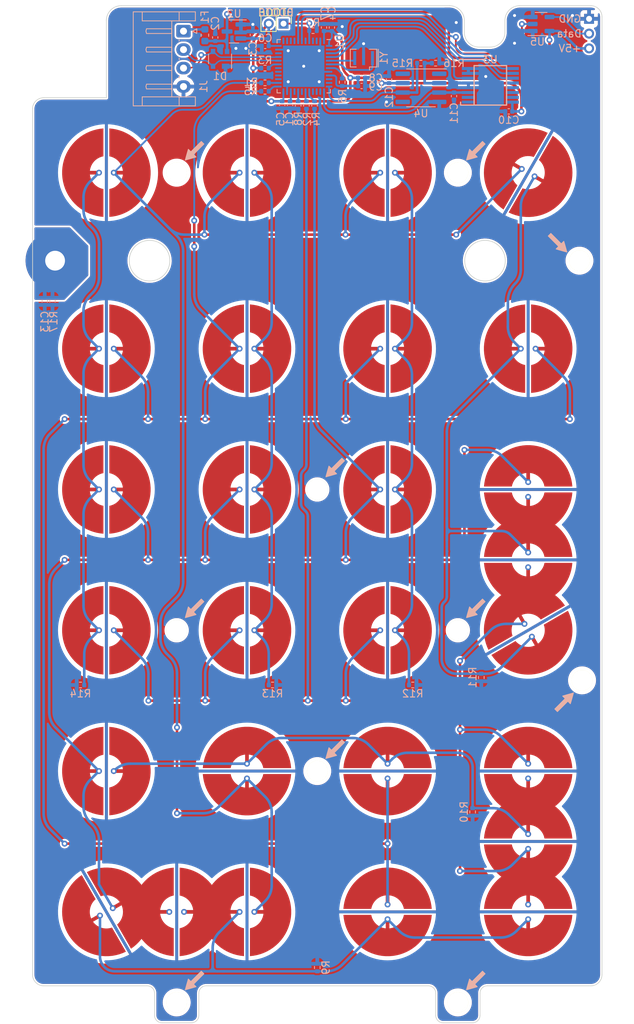
<source format=kicad_pcb>
(kicad_pcb (version 20211014) (generator pcbnew)
  (layers (0 "F.Cu" signal) (31 "B.Cu" signal) (34 "B.Paste" user) (35 "F.Paste" user) (36 "B.SilkS" user "B.Silkscreen") (37 "F.SilkS" user "F.Silkscreen") (38 "B.Mask" user) (39 "F.Mask" user) (44 "Edge.Cuts" user))
  (net 0 "")
  (net 11 "Net-(R1-Pad2)")
  (net 15 "XTAL1")
  (net 16 "XTAL0")
  (net 17 "VBUS")
  (net 18 "VBAT")
  (net 19 "STROBE_3")
  (net 20 "STROBE_2")
  (net 21 "STROBE_1")
  (net 22 "STROBE_0")
  (net 23 "SENSE_5")
  (net 24 "SENSE_4")
  (net 25 "SENSE_3")
  (net 26 "SENSE_2")
  (net 27 "SENSE_1")
  (net 28 "SENSE_0")
  (net 29 "Net-(R2-Pad2)")
  (net 30 "Net-(R5-Pad2)")
  (net 32 "Net-(R4-Pad2)")
  (net 33 "Net-(R3-Pad1)")
  (net 34 "Net-(R15-Pad2)")
  (net 35 "Net-(C1-Pad1)")
  (net 36 "NRST")
  (net 37 "LED_5V")
  (net 38 "LED_3V3")
  (net 39 "GNDPWR")
  (net 40 "GND")
  (net 41 "D-")
  (net 42 "D+")
  (net 43 "BOOT1")
  (net 44 "BOOT0")
  (net 45 "APLEX_OUT_PIN")
  (net 46 "APLEX_EN_PIN")
  (net 47 "AMUX_SEL_2")
  (net 48 "AMUX_SEL_1")
  (net 49 "AMUX_SEL_0")
  (net 50 "ADC")
  (net 51 "+5V")
  (footprint "cipulot_parts:HOLE_M2_RF" (layer "F.Cu") (at 103.6725 144.97625)
    (fp_text reference "H7" hide)
    (fp_text value "Black_Screws" hide)
  )
  (footprint "Connector_PinHeader_2.00mm:PinHeader_1x02_P2.00mm_Vertical" (layer "F.Cu") (at 99.1 43.85 -90)
    (fp_text reference "SW1" hide)
    (fp_text value "BOOT0")
  )
  (footprint "cipulot_parts:HOLE_M2_RF" (layer "F.Cu") (at 122.7225 64.01375)
    (fp_text reference "H2" hide)
    (fp_text value "Black_Screws" hide)
  )
  (footprint "cipulot_parts:ecs_pad_no_ring" (layer "F.Cu") (at 132.2475 154.50125 -90)
    (fp_text reference "SW23")
    (fp_text value "EC_SW" hide)
  )
  (footprint "cipulot_parts:HOLE_M2_RF" (layer "F.Cu") (at 139.1975 75.92 90)
    (fp_text reference "H9" hide)
    (fp_text value "Silver_Screws" hide)
  )
  (footprint "cipulot_parts:ecs_pad_no_ring" (layer "F.Cu") (at 94.1475 164.02625)
    (fp_text reference "SW25")
    (fp_text value "EC_SW" hide)
  )
  (footprint "cipulot_parts:HOLE_M2_RF" (layer "F.Cu") (at 139.5475 132.70125 180)
    (fp_text reference "H8" hide)
    (fp_text value "Black_Screws" hide)
  )
  (footprint "Connector_PinSocket_2.00mm:PinSocket_1x03_P2.00mm_Vertical" (layer "F.Cu") (at 140.5 43.2)
    (fp_text reference "J2" hide)
    (fp_text value "RGB")
  )
  (footprint "cipulot_parts:ecs_pad_no_ring" (layer "F.Cu") (at 94.1475 87.82625 180)
    (fp_text reference "SW7")
    (fp_text value "EC_SW" hide)
  )
  (footprint "cipulot_parts:ecs_pad_no_ring" (layer "F.Cu") (at 132.2475 87.82625)
    (fp_text reference "SW9")
    (fp_text value "EC_SW" hide)
  )
  (footprint "cipulot_parts:ecs_pad_no_ring" (layer "F.Cu") (at 113.1975 144.97625 -90)
    (fp_text reference "SW21")
    (fp_text value "EC_SW" hide)
  )
  (footprint "cipulot_parts:ecs_pad_no_ring" (layer "F.Cu") (at 75.0975 64.01375)
    (fp_text reference "SW2")
    (fp_text value "EC_SW" hide)
  )
  (footprint "cipulot_parts:ecs_pad_no_ring" (layer "F.Cu") (at 94.1475 106.87625 180)
    (fp_text reference "SW11")
    (fp_text value "EC_SW" hide)
  )
  (footprint "cipulot_parts:ecs_pad_no_ring" (layer "F.Cu") (at 113.1975 87.82625 180)
    (fp_text reference "SW8")
    (fp_text value "EC_SW" hide)
  )
  (footprint "cipulot_parts:ecs_pad_no_ring" (layer "F.Cu") (at 113.1975 106.87625 180)
    (fp_text reference "SW12")
    (fp_text value "EC_SW" hide)
  )
  (footprint "cipulot_parts:HOLE_M2_RF" (layer "F.Cu") (at 84.6225 125.92625)
    (fp_text reference "H5" hide)
    (fp_text value "Black_Screws" hide)
  )
  (footprint "cipulot_parts:ecs_pad_no_ring" (layer "F.Cu") (at 132.2475 164.02625 90)
    (fp_text reference "SW27")
    (fp_text value "EC_SW" hide)
  )
  (footprint "cipulot_parts:ecs_pad_no_ring" (layer "F.Cu") (at 113.1975 125.92625 180)
    (fp_text reference "SW17")
    (fp_text value "EC_SW" hide)
  )
  (footprint "cipulot_parts:HOLE_M2_RF" (layer "F.Cu") (at 84.6225 176.27625)
    (fp_text reference "H10" hide)
    (fp_text value "Silver_Screws" hide)
  )
  (footprint "cipulot_parts:ecs_pad_no_ring" (layer "F.Cu") (at 75.097675 164.026203 30)
    (fp_text reference "SW24")
    (fp_text value "EC_SW" hide)
  )
  (footprint "cipulot_parts:ecs_pad_no_ring" (layer "F.Cu") (at 94.1475 144.97625 -90)
    (fp_text reference "SW20")
    (fp_text value "EC_SW" hide)
  )
  (footprint "cipulot_parts:ecs_pad_no_ring" (layer "F.Cu") (at 75.0975 87.82625)
    (fp_text reference "SW6")
    (fp_text value "EC_SW" hide)
  )
  (footprint "cipulot_parts:ecs_pad_no_ring" (layer "F.Cu") (at 132.247675 64.013797 150)
    (fp_text reference "SW5")
    (fp_text value "EC_SW" hide)
  )
  (footprint "cipulot_parts:ecs_pad_no_ring" (layer "F.Cu") (at 94.1475 64.01375 180)
    (fp_text reference "SW3")
    (fp_text value "EC_SW" hide)
  )
  (footprint "cipulot_parts:ecs_pad_no_ring" (layer "F.Cu") (at 113.1975 64.01375 180)
    (fp_text reference "SW4")
    (fp_text value "EC_SW" hide)
  )
  (footprint "MountingHole:MountingHole_2.2mm_M2_Pad" (layer "F.Cu") (at 68.1475 75.92)
    (fp_text reference "H3" hide)
    (fp_text value "Plate_Shield")
  )
  (footprint "cipulot_parts:ecs_pad_no_ring" (layer "F.Cu") (at 132.247453 125.926075 120)
    (fp_text reference "SW18")
    (fp_text value "EC_SW" hide)
  )
  (footprint "cipulot_parts:HOLE_M2_RF" (layer "F.Cu") (at 103.6725 106.87625)
    (fp_text reference "H4" hide)
    (fp_text value "Black_Screws" hide)
  )
  (footprint "cipulot_parts:ecs_pad_no_ring" (layer "F.Cu") (at 132.2475 106.87625 90)
    (fp_text reference "SW13")
    (fp_text value "EC_SW" hide)
  )
  (footprint "cipulot_parts:ecs_pad_no_ring" (layer "F.Cu") (at 84.6225 164.02625 180)
    (fp_text reference "SW28")
    (fp_text value "EC_SW" hide)
  )
  (footprint "cipulot_parts:ecs_pad_no_ring" (layer "F.Cu") (at 75.0975 144.97625 180)
    (fp_text reference "SW19")
    (fp_text value "EC_SW" hide)
  )
  (footprint "cipulot_parts:ecs_pad_no_ring" (layer "F.Cu") (at 94.1475 125.92625 180)
    (fp_text reference "SW16")
    (fp_text value "EC_SW" hide)
  )
  (footprint "cipulot_parts:HOLE_M2_RF" (layer "F.Cu") (at 84.6225 64.01375)
    (fp_text reference "H1" hide)
    (fp_text value "Black_Screws" hide)
  )
  (footprint "cipulot_parts:HOLE_M2_RF" (layer "F.Cu") (at 122.7225 125.92625)
    (fp_text reference "H6" hide)
    (fp_text value "Black_Screws" hide)
  )
  (footprint "cipulot_parts:ecs_pad_no_ring" (layer "F.Cu") (at 75.0975 125.92625)
    (fp_text reference "SW15")
    (fp_text value "EC_SW" hide)
  )
  (footprint "cipulot_parts:ecs_pad_no_ring" (layer "F.Cu") (at 75.0975 106.87625)
    (fp_text reference "SW10")
    (fp_text value "EC_SW" hide)
  )
  (footprint "cipulot_parts:ecs_pad_no_ring" (layer "F.Cu") (at 132.2475 144.97625 90)
    (fp_text reference "SW22")
    (fp_text value "EC_SW" hide)
  )
  (footprint "cipulot_parts:HOLE_M2_RF" (layer "F.Cu") (at 122.7225 176.27625)
    (fp_text reference "H11" hide)
    (fp_text value "Silver_Screws" hide)
  )
  (footprint "cipulot_parts:ecs_pad_no_ring" (layer "F.Cu") (at 132.2475 116.40125 -90)
    (fp_text reference "SW14")
    (fp_text value "EC_SW" hide)
  )
  (footprint "cipulot_parts:ecs_pad_no_ring" (layer "F.Cu") (at 113.1975 164.02625 90)
    (fp_text reference "SW26")
    (fp_text value "EC_SW" hide)
  )
  (footprint "Capacitor_SMD:C_0402_1005Metric" (layer "B.Cu") (at 104.585 44.37125 90)
    (fp_text reference "C7")
    (fp_text value "100n")
  )
  (footprint "Capacitor_SMD:C_0402_1005Metric" (layer "B.Cu") (at 109.6775 51.18375)
    (fp_text reference "C8")
    (fp_text value "100n")
  )
  (footprint "Resistor_SMD:R_0402_1005Metric" (layer "B.Cu") (at 97.6075 133.32625)
    (fp_text reference "R13")
    (fp_text value "100k")
  )
  (footprint "Capacitor_SMD:C_0402_1005Metric" (layer "B.Cu") (at 94.9475 45.3775 90)
    (fp_text reference "C3")
    (fp_text value "1u")
  )
  (footprint "Resistor_SMD:R_0402_1005Metric" (layer "B.Cu") (at 116.6075 133.32625)
    (fp_text reference "R12")
    (fp_text value "100k")
  )
  (footprint "Resistor_SMD:R_0402_1005Metric" (layer "B.Cu") (at 96.59 51.86375)
    (fp_text reference "R1")
    (fp_text value "100")
  )
  (footprint "Capacitor_SMD:C_0402_1005Metric" (layer "B.Cu") (at 67.7975 81.42 -90)
    (fp_text reference "R17")
    (fp_text value "330")
  )
  (footprint "Resistor_SMD:R_0402_1005Metric" (layer "B.Cu") (at 119.707843 49.2)
    (fp_text reference "R16")
    (fp_text value "1k")
  )
  (footprint "Capacitor_SMD:C_0402_1005Metric" (layer "B.Cu") (at 66.7475 81.42 -90)
    (fp_text reference "C13")
    (fp_text value "100n")
  )
  (footprint "Package_TO_SOT_SMD:SOT-23" (layer "B.Cu") (at 92.385 44.9075 180)
    (fp_text reference "U2")
    (fp_text value "XC6206PxxxMR")
  )
  (footprint "Resistor_SMD:R_0402_1005Metric" (layer "B.Cu") (at 117.707843 49.2)
    (fp_text reference "R15")
    (fp_text value "100k")
  )
  (footprint "Package_DFN_QFN:QFN-48-1EP_7x7mm_P0.5mm_EP5.6x5.6mm" (layer "B.Cu") (at 101.835 49.61375 180)
    (fp_text reference "U1")
    (fp_text value "STM32F401CBUx")
  )
  (footprint "Resistor_SMD:R_0402_1005Metric" (layer "B.Cu") (at 96.5875 49.86375 180)
    (fp_text reference "R3")
    (fp_text value "100k")
  )
  (footprint "Fuse:Fuse_0603_1608Metric" (layer "B.Cu") (at 88.4475 45.41375 90)
    (fp_text reference "F1")
    (fp_text value "500mA")
  )
  (footprint "Capacitor_SMD:C_0402_1005Metric" (layer "B.Cu") (at 122.197843 53.65282 -90)
    (fp_text reference "C11")
    (fp_text value "220p")
  )
  (footprint "Package_SO:SOIC-8_3.9x4.9mm_P1.27mm" (layer "B.Cu") (at 117.722843 52.53782 180)
    (fp_text reference "U4")
    (fp_text value "OPA350")
  )
  (footprint "Resistor_SMD:R_0402_1005Metric" (layer "B.Cu") (at 124.7225 150.5 -90)
    (fp_text reference "R10")
    (fp_text value "100k")
  )
  (footprint "Resistor_SMD:R_0402_1005Metric" (layer "B.Cu") (at 107.0475 51.77375 90)
    (fp_text reference "R6")
    (fp_text value "10k")
  )
  (footprint "cipulot_parts:TSSOP16" (layer "B.Cu") (at 127.122183 52.2 90)
    (fp_text reference "U3")
    (fp_text value "74HC4051")
  )
  (footprint "Capacitor_SMD:C_0402_1005Metric" (layer "B.Cu") (at 96.6175 46.86375 180)
    (fp_text reference "C6")
    (fp_text value "100n")
  )
  (footprint "Resistor_SMD:R_0402_1005Metric" (layer "B.Cu") (at 125.8975 132.31125 -90)
    (fp_text reference "R11")
    (fp_text value "100k")
  )
  (footprint "Capacitor_SMD:C_0402_1005Metric" (layer "B.Cu") (at 113.397843 51.42282 -90)
    (fp_text reference "C12")
    (fp_text value "100n")
  )
  (footprint "Resistor_SMD:R_0402_1005Metric" (layer "B.Cu") (at 96.59 53)
    (fp_text reference "R5")
    (fp_text value "100")
  )
  (footprint "Package_TO_SOT_SMD:SOT-143" (layer "B.Cu") (at 90.4975 48.61375 90)
    (fp_text reference "D1")
    (fp_text value "PRTR5V0U2X")
  )
  (footprint "Resistor_SMD:R_0402_1005Metric" (layer "B.Cu") (at 102.2 54.86125 90)
    (fp_text reference "R2")
    (fp_text value "100")
  )
  (footprint "Resistor_SMD:R_0402_1005Metric" (layer "B.Cu") (at 71.5875 133.32625 180)
    (fp_text reference "R14")
    (fp_text value "100k")
  )
  (footprint "Resistor_SMD:R_0402_1005Metric" (layer "B.Cu") (at 103.6725 171.55331 90)
    (fp_text reference "R9")
    (fp_text value "100k")
  )
  (footprint "Resistor_SMD:R_0402_1005Metric" (layer "B.Cu") (at 103.3 54.86125 90)
    (fp_text reference "R4")
    (fp_text value "100")
  )
  (footprint "Resistor_SMD:R_0402_1005Metric" (layer "B.Cu") (at 103.0975 44.8)
    (fp_text reference "R7")
    (fp_text value "10k")
  )
  (footprint "Capacitor_SMD:C_0402_1005Metric" (layer "B.Cu") (at 109.6775 52.28375)
    (fp_text reference "C9")
    (fp_text value "1u")
  )
  (footprint "Capacitor_SMD:C_0402_1005Metric" (layer "B.Cu") (at 105.65 44.37125 90)
    (fp_text reference "C4")
    (fp_text value "100n")
  )
  (footprint "Capacitor_SMD:C_0402_1005Metric" (layer "B.Cu") (at 89.8475 45.72125 90)
    (fp_text reference "C2")
    (fp_text value "1u")
  )
  (footprint "Capacitor_SMD:C_0402_1005Metric" (layer "B.Cu") (at 99.985 54.83125 -90)
    (fp_text reference "C1")
    (fp_text value "4.7u")
  )
  (footprint "Resistor_SMD:R_0402_1005Metric" (layer "B.Cu") (at 101.085 54.86125 90)
    (fp_text reference "R8")
    (fp_text value "10k")
  )
  (footprint "Capacitor_SMD:C_0402_1005Metric" (layer "B.Cu") (at 129.616523 55.7233)
    (fp_text reference "C10")
    (fp_text value "0.1u")
  )
  (footprint "Connector_JST:JST_EH_S4B-EH_1x04_P2.50mm_Horizontal" (layer "B.Cu") (at 85.5475 44.86375 -90)
    (fp_text reference "J1")
    (fp_text value "JST")
  )
  (footprint "Package_TO_SOT_SMD:SOT-23-5" (layer "B.Cu") (at 134 43.9)
    (fp_text reference "U5")
    (fp_text value "SN74AHCT1G125")
  )
  (footprint "Crystal:Resonator_SMD_Murata_CSTxExxV-3Pin_3.0x1.1mm" (layer "B.Cu") (at 109.9475 48.51375 180)
    (fp_text reference "Y1")
    (fp_text value "8 MHz")
  )
  (footprint "Capacitor_SMD:C_0402_1005Metric" (layer "B.Cu") (at 98.9175 54.83125 -90)
    (fp_text reference "C5")
    (fp_text value "100n")
  )
  (gr_line (start 142.2475 172.52625) (end 142.2475 42.92625) (layer "Edge.Cuts") (width 0.1))
  (gr_arc (start 142.2475 172.52625) (mid 141.80816 173.58691) (end 140.7475 174.02625) (layer "Edge.Cuts") (width 0.1))
  (gr_line (start 75.0975 43.42625) (end 75.0975 53.87625) (layer "Edge.Cuts") (width 0.1))
  (gr_arc (start 129.0975 45.02625) (mid 128.511714 46.440464) (end 127.0975 47.02625) (layer "Edge.Cuts") (width 0.1))
  (gr_arc (start 82.6225 179.02625) (mid 81.915393 178.733357) (end 81.6225 178.02625) (layer "Edge.Cuts") (width 0.1))
  (gr_arc (start 75.0975 43.42625) (mid 75.683286 42.012036) (end 77.0975 41.42625) (layer "Edge.Cuts") (width 0.1))
  (gr_line (start 82.6225 179.02625) (end 86.6225 179.02625) (layer "Edge.Cuts") (width 0.1))
  (gr_arc (start 87.6225 178.02625) (mid 87.329607 178.733357) (end 86.6225 179.02625) (layer "Edge.Cuts") (width 0.1))
  (gr_line (start 121.5975 41.42625) (end 77.0975 41.42625) (layer "Edge.Cuts") (width 0.1))
  (gr_arc (start 140.7475 41.42625) (mid 141.808135 41.865615) (end 142.2475 42.92625) (layer "Edge.Cuts") (width 0.1))
  (gr_line (start 140.7475 41.42625) (end 131.0975 41.42625) (layer "Edge.Cuts") (width 0.1))
  (gr_circle (center 126.3975 75.92) (end 129.1475 75.92) (layer "Edge.Cuts") (width 0.1) (fill none))
  (gr_line (start 123.5975 45.02625) (end 123.5975 43.42625) (layer "Edge.Cuts") (width 0.1))
  (gr_arc (start 87.6225 175.02625) (mid 87.915393 174.319143) (end 88.6225 174.02625) (layer "Edge.Cuts") (width 0.1))
  (gr_line (start 140.7475 174.02625) (end 126.7225 174.02625) (layer "Edge.Cuts") (width 0.1))
  (gr_line (start 80.6225 174.02625) (end 66.5975 174.02625) (layer "Edge.Cuts") (width 0.1))
  (gr_arc (start 66.5975 174.02625) (mid 65.53684 173.58691) (end 65.0975 172.52625) (layer "Edge.Cuts") (width 0.1))
  (gr_arc (start 121.5975 41.42625) (mid 123.011714 42.012036) (end 123.5975 43.42625) (layer "Edge.Cuts") (width 0.1))
  (gr_arc (start 65.0975 55.37625) (mid 65.53684 54.31559) (end 66.5975 53.87625) (layer "Edge.Cuts") (width 0.1))
  (gr_line (start 81.6225 175.02625) (end 81.6225 178.02625) (layer "Edge.Cuts") (width 0.1))
  (gr_arc (start 125.5975 47.02625) (mid 124.183286 46.440464) (end 123.5975 45.02625) (layer "Edge.Cuts") (width 0.1))
  (gr_arc (start 125.7225 175.02625) (mid 126.015393 174.319143) (end 126.7225 174.02625) (layer "Edge.Cuts") (width 0.1))
  (gr_line (start 65.0975 55.37625) (end 65.0975 172.52625) (layer "Edge.Cuts") (width 0.1))
  (gr_arc (start 120.7225 179.02625) (mid 120.015393 178.733357) (end 119.7225 178.02625) (layer "Edge.Cuts") (width 0.1))
  (gr_line (start 87.6225 175.02625) (end 87.6225 178.02625) (layer "Edge.Cuts") (width 0.1))
  (gr_line (start 75.0975 53.87625) (end 66.5975 53.87625) (layer "Edge.Cuts") (width 0.1))
  (gr_circle (center 80.9475 75.92) (end 83.6975 75.92) (layer "Edge.Cuts") (width 0.1) (fill none))
  (gr_line (start 88.6225 174.02625) (end 118.7225 174.02625) (layer "Edge.Cuts") (width 0.1))
  (gr_line (start 129.0975 45.02625) (end 129.0975 43.42625) (layer "Edge.Cuts") (width 0.1))
  (gr_line (start 119.7225 175.02625) (end 119.7225 178.02625) (layer "Edge.Cuts") (width 0.1))
  (gr_arc (start 125.7225 178.02625) (mid 125.429607 178.733357) (end 124.7225 179.02625) (layer "Edge.Cuts") (width 0.1))
  (gr_line (start 127.0975 47.02625) (end 125.5975 47.02625) (layer "Edge.Cuts") (width 0.1))
  (gr_arc (start 129.0975 43.42625) (mid 129.683286 42.012036) (end 131.0975 41.42625) (layer "Edge.Cuts") (width 0.1))
  (gr_line (start 125.7225 175.02625) (end 125.7225 178.02625) (layer "Edge.Cuts") (width 0.1))
  (gr_arc (start 80.6225 174.02625) (mid 81.329607 174.319143) (end 81.6225 175.02625) (layer "Edge.Cuts") (width 0.1))
  (gr_line (start 120.7225 179.02625) (end 124.7225 179.02625) (layer "Edge.Cuts") (width 0.1))
  (gr_arc (start 118.7225 174.02625) (mid 119.429607 174.319143) (end 119.7225 175.02625) (layer "Edge.Cuts") (width 0.1))
  (gr_text "Data" (at 137.8 45.2) (layer "B.SilkS") (effects (font (size 1 1)) (justify mirror)))
  (gr_text "+5V\n" (at 137.9 47.2) (layer "B.SilkS") (effects (font (size 1 1)) (justify mirror)))
  (gr_text "BOOT0" (at 98.1 42.35) (layer "B.SilkS") (effects (font (size 1 1)) (justify mirror)))
  (gr_text "U3" (at 127.121823 48.70282) (layer "B.SilkS") (effects (font (size 1 1)) (justify mirror)))
  (gr_text "GND\n" (at 137.9 43.2) (layer "B.SilkS") (effects (font (size 1 1)) (justify mirror)))
  (gr_text "BOOT0" (at 98.05 42.35) (layer "F.SilkS") (effects (font (size 1 1))))
  (segment (start 98.3975 51.86375) (end 97.1 51.86375) (width 0.25) (layer "B.Cu") (net 11))
  (segment (start 105.2725 49.36375) (end 106.4975 49.36375) (width 0.25) (layer "B.Cu") (net 15))
  (segment (start 107.180342 49.646593) (end 107.2975 49.76375) (width 0.25) (layer "B.Cu") (net 15))
  (segment (start 111.146481 49.76628) (end 111.146481 48.514769) (width 0.25) (layer "B.Cu") (net 15))
  (segment (start 111.146481 48.514769) (end 111.1475 48.51375) (width 0.25) (layer "B.Cu") (net 15))
  (segment (start 108.001053 50.11375) (end 110.7475 50.11375) (width 0.25) (layer "B.Cu") (net 15))
  (segment (start 107.2975 49.76375) (end 107.3975 49.86375) (width 0.25) (layer "B.Cu") (net 15))
  (arc (start 110.7475 50.11375) (mid 111.011223 50.014483) (end 111.146481 49.76628) (width 0.25) (layer "B.Cu") (net 15))
  (arc (start 106.4975 49.36375) (mid 106.867052 49.437258) (end 107.180342 49.646593) (width 0.25) (layer "B.Cu") (net 15))
  (arc (start 107.3975 49.86375) (mid 107.674412 50.048777) (end 108.001053 50.11375) (width 0.25) (layer "B.Cu") (net 15))
  (segment (start 108.7475 48.86375) (end 108.7475 48.51375) (width 0.25) (layer "B.Cu") (net 16))
  (segment (start 105.2725 48.86375) (end 108.7475 48.86375) (width 0.25) (layer "B.Cu") (net 16))
  (segment (start 85.785 44.62625) (end 85.5475 44.86375) (width 0.35) (layer "B.Cu") (net 17))
  (segment (start 88.4475 44.62625) (end 85.785 44.62625) (width 0.35) (layer "B.Cu") (net 17))
  (segment (start 107.05 46.715685) (end 107.05 49.257823) (width 0.35) (layer "F.Cu") (net 18))
  (segment (start 97.0975 43.86375) (end 95.583286 45.377964) (width 0.35) (layer "F.Cu") (net 18))
  (segment (start 107.635787 50.672037) (end 108.1475 51.18375) (width 0.35) (layer "F.Cu") (net 18))
  (segment (start 95.9975 54.35125) (end 97.4475 54.35125) (width 0.35) (layer "F.Cu") (net 18))
  (segment (start 108.1475 53.35125) (end 108.1475 51.18375) (width 0.35) (layer "F.Cu") (net 18))
  (segment (start 108.1475 51.18375) (end 110.661855 51.18375) (width 0.35) (layer "F.Cu") (net 18))
  (segment (start 131.331988 55.7233) (end 131.331988 53.90282) (width 0.35) (layer "F.Cu") (net 18))
  (segment (start 129.331988 51.90282) (end 112.397843 51.90282) (width 0.35) (layer "F.Cu") (net 18))
  (segment (start 94.9975 46.792177) (end 94.9975 49.86375) (width 0.35) (layer "F.Cu") (net 18))
  (segment (start 97.4475 54.35125) (end 107.1475 54.35125) (width 0.35) (layer "F.Cu") (net 18))
  (segment (start 94.9975 49.86375) (end 94.9975 53.35125) (width 0.35) (layer "F.Cu") (net 18))
  (via (at 94.9975 49.86375) (size 0.8) (drill 0.4) (layers "F.Cu" "B.Cu") (net 18))
  (via (at 106.65 45.75) (size 0.8) (drill 0.4) (layers "F.Cu" "B.Cu") (net 18))
  (via (at 112.397843 51.90282) (size 0.8) (drill 0.4) (layers "F.Cu" "B.Cu") (net 18))
  (via (at 131.331988 55.7233) (size 0.8) (drill 0.4) (layers "F.Cu" "B.Cu") (net 18))
  (via (at 108.1475 51.18375) (size 0.8) (drill 0.4) (layers "F.Cu" "B.Cu") (net 18))
  (via (at 97.4475 54.35125) (size 0.8) (drill 0.4) (layers "F.Cu" "B.Cu") (net 18))
  (arc (start 131.331988 53.90282) (mid 130.746202 52.488606) (end 129.331988 51.90282) (width 0.35) (layer "F.Cu") (net 18))
  (arc (start 110.661855 51.18375) (mid 111.601365 51.37063) (end 112.397843 51.90282) (width 0.35) (layer "F.Cu") (net 18))
  (arc (start 106.65 45.75) (mid 106.946043 46.19306) (end 107.05 46.715685) (width 0.35) (layer "F.Cu") (net 18))
  (arc (start 94.9975 46.792177) (mid 95.149741 46.02681) (end 95.583286 45.377964) (width 0.35) (layer "F.Cu") (net 18))
  (arc (start 108.1475 53.35125) (mid 107.854607 54.058357) (end 107.1475 54.35125) (width 0.35) (layer "F.Cu") (net 18))
  (arc (start 107.05 49.257823) (mid 107.202234 50.023192) (end 107.635787 50.672037) (width 0.35) (layer "F.Cu") (net 18))
  (arc (start 94.9975 53.35125) (mid 95.290393 54.058357) (end 95.9975 54.35125) (width 0.35) (layer "F.Cu") (net 18))
  (segment (start 99.085 53.05125) (end 99.085 54.18375) (width 0.25) (layer "B.Cu") (net 18))
  (segment (start 105.2725 50.86375) (end 105.8975 50.86375) (width 0.25) (layer "B.Cu") (net 18))
  (segment (start 97.0975 45.3575) (end 97.0975 45.21375) (width 0.35) (layer "B.Cu") (net 18))
  (segment (start 98.3975 46.86375) (end 97.0975 46.86375) (width 0.25) (layer "B.Cu") (net 18))
  (segment (start 97.0975 43.86375) (end 97.0975 46.86375) (width 0.35) (layer "B.Cu") (net 18))
  (segment (start 113.397843 51.90282) (end 112.397843 51.90282) (width 0.35) (layer "B.Cu") (net 18))
  (segment (start 96.0775 49.86375) (end 94.9975 49.86375) (width 0.35) (layer "B.Cu") (net 18))
  (segment (start 93.3225 45.8575) (end 94.9475 45.8575) (width 0.35) (layer "B.Cu") (net 18))
  (segment (start 109.1975 52.28375) (end 108.1275 52.28375) (width 0.35) (layer "B.Cu") (net 18))
  (segment (start 106.2475 51.21375) (end 106.2475 52.01375) (width 0.25) (layer "B.Cu") (net 18))
  (segment (start 109.1975 51.18375) (end 108.1475 51.18375) (width 0.35) (layer "B.Cu") (net 18))
  (segment (start 105.65 45.592893) (end 105.65 44.85125) (width 0.25) (layer "B.Cu") (net 18))
  (segment (start 99.085 54.18375) (end 98.9175 54.35125) (width 0.25) (layer "B.Cu") (net 18))
  (segment (start 109.1975 51.18375) (end 109.1975 52.28375) (width 0.35) (layer "B.Cu") (net 18))
  (segment (start 105.2725 46.86375) (end 105.2725 46.384607) (width 0.25) (layer "B.Cu") (net 18))
  (segment (start 130.096523 55.7233) (end 130.096523 54.4733) (width 0.35) (layer "B.Cu") (net 18))
  (segment (start 108.1275 52.28375) (end 107.0475 52.28375) (width 0.35) (layer "B.Cu") (net 18))
  (segment (start 105.75125 44.85125) (end 105.65 44.85125) (width 0.35) (layer "B.Cu") (net 18))
  (segment (start 104.585 46.17625) (end 104.585 44.85125) (width 0.25) (layer "B.Cu") (net 18))
  (segment (start 105.418947 46.031053) (end 105.503554 45.946446) (width 0.25) (layer "B.Cu") (net 18))
  (segment (start 105.65 44.85125) (end 104.585 44.85125) (width 0.35) (layer "B.Cu") (net 18))
  (segment (start 98.9175 54.35125) (end 97.4475 54.35125) (width 0.35) (layer "B.Cu") (net 18))
  (segment (start 113.397843 51.90282) (end 115.247843 51.90282) (width 0.35) (layer "B.Cu") (net 18))
  (segment (start 106.65 45.75) (end 105.75125 44.85125) (width 0.35) (layer "B.Cu") (net 18))
  (segment (start 106.5175 52.28375) (end 107.0475 52.28375) (width 0.25) (layer "B.Cu") (net 18))
  (segment (start 130.096523 55.7233) (end 131.331988 55.7233) (width 0.35) (layer "B.Cu") (net 18))
  (segment (start 94.9475 45.8575) (end 96.5975 45.8575) (width 0.35) (layer "B.Cu") (net 18))
  (arc (start 97.0975 45.3575) (mid 96.951053 45.711053) (end 96.5975 45.8575) (width 0.35) (layer "B.Cu") (net 18))
  (arc (start 96.5975 45.8575) (mid 96.951053 46.003947) (end 97.0975 46.3575) (width 0.35) (layer "B.Cu") (net 18))
  (arc (start 105.65 45.592893) (mid 105.61194 45.784234) (end 105.503554 45.946446) (width 0.25) (layer "B.Cu") (net 18))
  (arc (start 105.2725 46.384607) (mid 105.31056 46.193265) (end 105.418947 46.031053) (width 0.25) (layer "B.Cu") (net 18))
  (arc (start 105.8975 50.86375) (mid 106.144987 50.966263) (end 106.2475 51.21375) (width 0.25) (layer "B.Cu") (net 18))
  (arc (start 106.2475 52.01375) (mid 106.326581 52.204669) (end 106.5175 52.28375) (width 0.25) (layer "B.Cu") (net 18))
  (segment (start 123.014747 136.046646) (end 123.014747 135.451333) (width 0.35) (layer "F.Cu") (net 19))
  (segment (start 102.397549 135.451333) (end 107.536609 135.451333) (width 0.35) (layer "F.Cu") (net 19))
  (segment (start 107.536609 135.451333) (end 122.419434 135.451333) (width 0.35) (layer "F.Cu") (net 19))
  (segment (start 122.419434 135.451333) (end 123.014747 135.451333) (width 0.35) (layer "F.Cu") (net 19))
  (segment (start 123.014747 134.85602) (end 123.014747 130.066135) (width 0.35) (layer "F.Cu") (net 19))
  (segment (start 123.014747 158.485253) (end 123 158.5) (width 0.35) (layer "F.Cu") (net 19))
  (segment (start 101.635549 135.451333) (end 102.397549 135.451333) (width 0.35) (layer "F.Cu") (net 19))
  (segment (start 80.794831 135.451333) (end 101.635549 135.451333) (width 0.35) (layer "F.Cu") (net 19))
  (segment (start 123.014747 139.371713) (end 123.014747 136.046646) (width 0.35) (layer "F.Cu") (net 19))
  (segment (start 123.014747 135.451333) (end 123.014747 134.85602) (width 0.35) (layer "F.Cu") (net 19))
  (segment (start 123.014747 139.371713) (end 123.014747 158.485253) (width 0.35) (layer "F.Cu") (net 19))
  (via (at 102.397549 135.451333) (size 0.8) (drill 0.4) (layers "F.Cu" "B.Cu") (net 19))
  (via (at 112.1975 125.92625) (size 0.8) (drill 0.4) (layers "F.Cu" "B.Cu") (net 19))
  (via (at 132.2475 163.02625) (size 0.8) (drill 0.4) (layers "F.Cu" "B.Cu") (net 19))
  (via (at 132.2475 155.50125) (size 0.8) (drill 0.4) (layers "F.Cu" "B.Cu") (net 19))
  (via (at 80.794831 135.451333) (size 0.8) (drill 0.4) (layers "F.Cu" "B.Cu") (net 19))
  (via (at 123 158.5) (size 0.8) (drill 0.4) (layers "F.Cu" "B.Cu") (net 19))
  (via (at 76.0975 125.92625) (size 0.8) (drill 0.4) (layers "F.Cu" "B.Cu") (net 19))
  (via (at 93.1475 125.92625) (size 0.8) (drill 0.4) (layers "F.Cu" "B.Cu") (net 19))
  (via (at 131.747453 125.060049) (size 0.8) (drill 0.4) (layers "F.Cu" "B.Cu") (net 19))
  (via (at 123.014747 130.066135) (size 0.8) (drill 0.4) (layers "F.Cu" "B.Cu") (net 19))
  (via (at 132.2475 143.97625) (size 0.8) (drill 0.4) (layers "F.Cu" "B.Cu") (net 19))
  (via (at 107.536609 135.451333) (size 0.8) (drill 0.4) (layers "F.Cu" "B.Cu") (net 19))
  (via (at 132.2475 117.40125) (size 0.8) (drill 0.4) (layers "F.Cu" "B.Cu") (net 19))
  (via (at 123.014747 139.371713) (size 0.8) (drill 0.4) (layers "F.Cu" "B.Cu") (net 19))
  (via (at 88.486593 135.451333) (size 0.8) (drill 0.4) (layers "F.Cu" "B.Cu") (net 19))
  (arc (start 122.419434 135.451333) (mid 122.840384 135.625696) (end 123.014747 136.046646) (width 0.35) (layer "F.Cu") (net 19))
  (arc (start 122.419434 135.451333) (mid 122.840384 135.27697) (end 123.014747 134.85602) (width 0.35) (layer "F.Cu") (net 19))
  (segment (start 131.747453 125.060049) (end 129.263474 125.060049) (width 0.35) (layer "B.Cu") (net 19))
  (segment (start 102.2 103.484668) (end 102.2 55.37125) (width 0.35) (layer "B.Cu") (net 19))
  (segment (start 128.006109 158.5) (end 123 158.5) (width 0.35) (layer "B.Cu") (net 19))
  (segment (start 88.486593 131.829798) (end 88.486593 135.451333) (width 0.35) (layer "B.Cu") (net 19))
  (segment (start 107.536609 131.829782) (end 107.536609 135.451333) (width 0.35) (layer "B.Cu") (net 19))
  (segment (start 79.916151 129.744901) (end 76.0975 125.92625) (width 0.35) (layer "B.Cu") (net 19))
  (segment (start 132.2475 155.50125) (end 130.127429 157.621321) (width 0.35) (layer "B.Cu") (net 19))
  (segment (start 101.766727 104.332155) (end 101.907107 104.191775) (width 0.35) (layer "B.Cu") (net 19))
  (segment (start 128.521643 140.250393) (end 132.2475 143.97625) (width 0.35) (layer "B.Cu") (net 19))
  (segment (start 101.473834 108.782834) (end 101.473834 105.039262) (width 0.35) (layer "B.Cu") (net 19))
  (segment (start 102.104656 109.82787) (end 101.766727 109.489941) (width 0.35) (layer "B.Cu") (net 19))
  (segment (start 80.794831 135.451333) (end 80.794831 131.866222) (width 0.35) (layer "B.Cu") (net 19))
  (segment (start 93.1475 125.92625) (end 89.365272 129.708478) (width 0.35) (layer "B.Cu") (net 19))
  (segment (start 123.014747 139.371713) (end 126.400322 139.371713) (width 0.35) (layer "B.Cu") (net 19))
  (segment (start 127.142153 125.938729) (end 123.014747 130.066135) (width 0.35) (layer "B.Cu") (net 19))
  (segment (start 112.1975 125.92625) (end 108.415288 129.708462) (width 0.35) (layer "B.Cu") (net 19))
  (segment (start 102.397549 135.451333) (end 102.397549 110.534977) (width 0.35) (layer "B.Cu") (net 19))
  (arc (start 89.365272 129.708478) (mid 88.714954 130.681748) (end 88.486593 131.829798) (width 0.35) (layer "B.Cu") (net 19))
  (arc (start 79.916151 129.744901) (mid 80.56647 130.718171) (end 80.794831 131.866222) (width 0.35) (layer "B.Cu") (net 19))
  (arc (start 107.536609 131.829782) (mid 107.76497 130.681732) (end 108.415288 129.708462) (width 0.35) (layer "B.Cu") (net 19))
  (arc (start 101.473834 108.782834) (mid 101.549954 109.165517) (end 101.766727 109.489941) (width 0.35) (layer "B.Cu") (net 19))
  (arc (start 102.2 103.484668) (mid 102.12388 103.867351) (end 101.907107 104.191775) (width 0.35) (layer "B.Cu") (net 19))
  (arc (start 101.473834 105.039262) (mid 101.549954 104.656579) (end 101.766727 104.332155) (width 0.35) (layer "B.Cu") (net 19))
  (arc (start 128.521643 140.250393) (mid 127.548373 139.600074) (end 126.400322 139.371713) (width 0.35) (layer "B.Cu") (net 19))
  (arc (start 129.263474 125.060049) (mid 128.115423 125.288411) (end 127.142153 125.938729) (width 0.35) (layer "B.Cu") (net 19))
  (arc (start 130.127429 157.621321) (mid 129.154159 158.271639) (end 128.006109 158.5) (width 0.35) (layer "B.Cu") (net 19))
  (arc (start 102.104656 109.82787) (mid 102.321429 110.152293) (end 102.397549 110.534977) (width 0.35) (layer "B.Cu") (net 19))
  (segment (start 121.61006 116.401317) (end 107.536609 116.401317) (width 0.35) (layer "F.Cu") (net 20))
  (segment (start 123.61006 101.518492) (end 123.61006 114.401317) (width 0.35) (layer "F.Cu") (net 20))
  (segment (start 80.747524 116.401317) (end 69.436577 116.401317) (width 0.35) (layer "F.Cu") (net 20))
  (segment (start 80.747524 116.401317) (end 107.536609 116.401317) (width 0.35) (layer "F.Cu") (net 20))
  (via (at 69.436577 116.401317) (size 0.8) (drill 0.4) (layers "F.Cu" "B.Cu") (net 20))
  (via (at 123.61006 101.518492) (size 0.8) (drill 0.4) (layers "F.Cu" "B.Cu") (net 20))
  (via (at 83.6225 164.02625) (size 0.8) (drill 0.4) (layers "F.Cu" "B.Cu") (net 20))
  (via (at 112.1975 106.87625) (size 0.8) (drill 0.4) (layers "F.Cu" "B.Cu") (net 20))
  (via (at 74.0975 144.97625) (size 0.8) (drill 0.4) (layers "F.Cu" "B.Cu") (net 20))
  (via (at 132.2475 105.87625) (size 0.8) (drill 0.4) (layers "F.Cu" "B.Cu") (net 20))
  (via (at 80.747524 116.401317) (size 0.8) (drill 0.4) (layers "F.Cu" "B.Cu") (net 20))
  (via (at 107.536609 116.401317) (size 0.8) (drill 0.4) (layers "F.Cu" "B.Cu") (net 20))
  (via (at 88.486593 116.401317) (size 0.8) (drill 0.4) (layers "F.Cu" "B.Cu") (net 20))
  (via (at 75.963701 163.526203) (size 0.8) (drill 0.4) (layers "F.Cu" "B.Cu") (net 20))
  (via (at 93.1475 106.87625) (size 0.8) (drill 0.4) (layers "F.Cu" "B.Cu") (net 20))
  (via (at 76.0975 106.87625) (size 0.8) (drill 0.4) (layers "F.Cu" "B.Cu") (net 20))
  (arc (start 123.61006 114.401317) (mid 123.024274 115.815531) (end 121.61006 116.401317) (width 0.35) (layer "F.Cu") (net 20))
  (segment (start 69.436577 116.401317) (end 68.226179 117.611715) (width 0.35) (layer "B.Cu") (net 20))
  (segment (start 74.0975 160.293382) (end 74.0975 154.340141) (width 0.35) (layer "B.Cu") (net 20))
  (segment (start 88.486593 112.779798) (end 88.486593 116.401317) (width 0.35) (layer "B.Cu") (net 20))
  (segment (start 112.1975 106.87625) (end 104.178679 98.857429) (width 0.35) (layer "B.Cu") (net 20))
  (segment (start 67.3475 119.733035) (end 67.3475 136.983609) (width 0.35) (layer "B.Cu") (net 20))
  (segment (start 103.3 96.736109) (end 103.3 55.37125) (width 0.35) (layer "B.Cu") (net 20))
  (segment (start 75.963701 163.526203) (end 74.095564 160.295318) (width 0.35) (layer "B.Cu") (net 20))
  (segment (start 107.536609 112.779782) (end 107.536609 116.401317) (width 0.35) (layer "B.Cu") (net 20))
  (segment (start 112.1975 106.87625) (end 108.415288 110.658462) (width 0.35) (layer "B.Cu") (net 20))
  (segment (start 68.22618 139.10493) (end 74.0975 144.97625) (width 0.35) (layer "B.Cu") (net 20))
  (segment (start 123.61006 101.518492) (end 126.647101 101.518492) (width 0.35) (layer "B.Cu") (net 20))
  (segment (start 128.768422 102.397172) (end 132.2475 105.87625) (width 0.35) (layer "B.Cu") (net 20))
  (segment (start 93.1475 106.87625) (end 89.365272 110.658478) (width 0.35) (layer "B.Cu") (net 20))
  (segment (start 72.87868 146.19507) (end 74.0975 144.97625) (width 0.35) (layer "B.Cu") (net 20))
  (segment (start 73.21882 152.21882) (end 72.878679 151.878679) (width 0.35) (layer "B.Cu") (net 20))
  (segment (start 80.747524 112.768915) (end 80.747524 116.401317) (width 0.35) (layer "B.Cu") (net 20))
  (segment (start 76.0975 106.87625) (end 79.868845 110.647595) (width 0.35) (layer "B.Cu") (net 20))
  (segment (start 74.095564 160.295318) (end 74.0975 160.293382) (width 0.35) (layer "B.Cu") (net 20))
  (segment (start 72 149.757359) (end 72 148.316391) (width 0.35) (layer "B.Cu") (net 20))
  (arc (start 72 148.316391) (mid 72.228362 147.16834) (end 72.87868 146.19507) (width 0.35) (layer "B.Cu") (net 20))
  (arc (start 107.536609 112.779782) (mid 107.76497 111.631732) (end 108.415288 110.658462) (width 0.35) (layer "B.Cu") (net 20))
  (arc (start 128.768422 102.397172) (mid 127.795152 101.746853) (end 126.647101 101.518492) (width 0.35) (layer "B.Cu") (net 20))
  (arc (start 88.486593 112.779798) (mid 88.714954 111.631748) (end 89.365272 110.658478) (width 0.35) (layer "B.Cu") (net 20))
  (arc (start 103.3 96.736109) (mid 103.528361 97.884159) (end 104.178679 98.857429) (width 0.35) (layer "B.Cu") (net 20))
  (arc (start 73.21882 152.21882) (mid 73.869139 153.19209) (end 74.0975 154.340141) (width 0.35) (layer "B.Cu") (net 20))
  (arc (start 80.747524 112.768915) (mid 80.519163 111.620865) (end 79.868845 110.647595) (width 0.35) (layer "B.Cu") (net 20))
  (arc (start 72.878679 151.878679) (mid 72.228361 150.905409) (end 72 149.757359) (width 0.35) (layer "B.Cu") (net 20))
  (arc (start 67.3475 136.983609) (mid 67.575862 138.13166) (end 68.22618 139.10493) (width 0.35) (layer "B.Cu") (net 20))
  (arc (start 68.226179 117.611715) (mid 67.575861 118.584985) (end 67.3475 119.733035) (width 0.35) (layer "B.Cu") (net 20))
  (segment (start 107.536609 97.351301) (end 88.486593 97.351301) (width 0.35) (layer "F.Cu") (net 21))
  (segment (start 80.747524 97.351301) (end 76.580333 97.351301) (width 0.35) (layer "F.Cu") (net 21))
  (segment (start 137.897572 97.351301) (end 107.536609 97.351301) (width 0.35) (layer "F.Cu") (net 21))
  (segment (start 113.1975 154.793588) (end 69.436577 154.793588) (width 0.35) (layer "F.Cu") (net 21))
  (segment (start 76.580333 97.351301) (end 69.436577 97.351301) (width 0.35) (layer "F.Cu") (net 21))
  (segment (start 88.486593 97.351301) (end 80.747524 97.351301) (width 0.35) (layer "F.Cu") (net 21))
  (segment (start 87 70.5) (end 87 74) (width 0.35) (layer "F.Cu") (net 21))
  (via (at 93.1475 87.82625) (size 0.8) (drill 0.4) (layers "F.Cu" "B.Cu") (net 21))
  (via (at 137.897572 97.351301) (size 0.8) (drill 0.4) (layers "F.Cu" "B.Cu") (net 21))
  (via (at 76.0975 87.82625) (size 0.8) (drill 0.4) (layers "F.Cu" "B.Cu") (net 21))
  (via (at 88.486593 97.351301) (size 0.8) (drill 0.4) (layers "F.Cu" "B.Cu") (net 21))
  (via (at 113.1975 163.02625) (size 0.8) (drill 0.4) (layers "F.Cu" "B.Cu") (net 21))
  (via (at 113.1975 145.97625) (size 0.8) (drill 0.4) (layers "F.Cu" "B.Cu") (net 21))
  (via (at 87 70.5) (size 0.8) (drill 0.4) (layers "F.Cu" "B.Cu") (net 21))
  (via (at 87 74) (size 0.8) (drill 0.4) (layers "F.Cu" "B.Cu") (net 21))
  (via (at 133.2475 87.82625) (size 0.8) (drill 0.4) (layers "F.Cu" "B.Cu") (net 21))
  (via (at 80.747524 97.351301) (size 0.8) (drill 0.4) (layers "F.Cu" "B.Cu") (net 21))
  (via (at 69.436577 97.351301) (size 0.8) (drill 0.4) (layers "F.Cu" "B.Cu") (net 21))
  (via (at 112.1975 87.82625) (size 0.8) (drill 0.4) (layers "F.Cu" "B.Cu") (net 21))
  (via (at 113.1975 154.793588) (size 0.8) (drill 0.4) (layers "F.Cu" "B.Cu") (net 21))
  (via (at 107.536609 97.351301) (size 0.8) (drill 0.4) (layers "F.Cu" "B.Cu") (net 21))
  (via (at 69.436577 154.793588) (size 0.8) (drill 0.4) (layers "F.Cu" "B.Cu") (net 21))
  (segment (start 93.1475 87.82625) (end 89.365272 91.608478) (width 0.35) (layer "B.Cu") (net 21))
  (segment (start 69.436577 154.793588) (end 67.476179 152.83319) (width 0.35) (layer "B.Cu") (net 21))
  (segment (start 133.2475 87.82625) (end 137.018893 91.597643) (width 0.35) (layer "B.Cu") (net 21))
  (segment (start 66.5975 150.71187) (end 66.5975 101.433019) (width 0.35) (layer "B.Cu") (net 21))
  (segment (start 88.486593 93.729798) (end 88.486593 97.351301) (width 0.35) (layer "B.Cu") (net 21))
  (segment (start 96.08 53) (end 91.964823 53) (width 0.25) (layer "B.Cu") (net 21))
  (segment (start 76.0975 87.82625) (end 79.868845 91.597595) (width 0.35) (layer "B.Cu") (net 21))
  (segment (start 107.536609 92.487141) (end 107.536609 97.351301) (width 0.35) (layer "B.Cu") (net 21))
  (segment (start 80.747524 93.718915) (end 80.747524 97.351301) (width 0.35) (layer "B.Cu") (net 21))
  (segment (start 87 58.379037) (end 87 70.5) (width 0.25) (layer "B.Cu") (net 21))
  (segment (start 87 80.436109) (end 87 74) (width 0.35) (layer "B.Cu") (net 21))
  (segment (start 113.1975 163.02625) (end 113.1975 154.793588) (width 0.35) (layer "B.Cu") (net 21))
  (segment (start 67.47618 99.311698) (end 69.436577 97.351301) (width 0.35) (layer "B.Cu") (net 21))
  (segment (start 93.1475 87.82625) (end 87.878679 82.557429) (width 0.35) (layer "B.Cu") (net 21))
  (segment (start 113.1975 154.793588) (end 113.1975 145.97625) (width 0.35) (layer "B.Cu") (net 21))
  (segment (start 90.550609 53.585787) (end 87.878679 56.257717) (width 0.25) (layer "B.Cu") (net 21))
  (segment (start 137.897572 93.718963) (end 137.897572 97.351301) (width 0.35) (layer "B.Cu") (net 21))
  (segment (start 112.1975 87.82625) (end 107.536609 92.487141) (width 0.35) (layer "B.Cu") (net 21))
  (arc (start 67.47618 99.311698) (mid 66.825861 100.284968) (end 66.5975 101.433019) (width 0.35) (layer "B.Cu") (net 21))
  (arc (start 90.550609 53.585787) (mid 91.199456 53.152241) (end 91.964823 53) (width 0.25) (layer "B.Cu") (net 21))
  (arc (start 89.365272 91.608478) (mid 88.714954 92.581748) (end 88.486593 93.729798) (width 0.35) (layer "B.Cu") (net 21))
  (arc (start 80.747524 93.718915) (mid 80.519163 92.570865) (end 79.868845 91.597595) (width 0.35) (layer "B.Cu") (net 21))
  (arc (start 67.476179 152.83319) (mid 66.825861 151.85992) (end 66.5975 150.71187) (width 0.35) (layer "B.Cu") (net 21))
  (arc (start 87.878679 56.257717) (mid 87.228361 57.230987) (end 87 58.379037) (width 0.25) (layer "B.Cu") (net 21))
  (arc (start 87.878679 82.557429) (mid 87.228361 81.584159) (end 87 80.436109) (width 0.35) (layer "B.Cu") (net 21))
  (arc (start 137.018893 91.597643) (mid 137.669211 92.570913) (end 137.897572 93.718963) (width 0.35) (layer "B.Cu") (net 21))
  (segment (start 122.496559 72.398888) (end 107.5 72.398888) (width 0.35) (layer "F.Cu") (net 22))
  (segment (start 84.664385 150.682679) (end 84.664385 139.074056) (width 0.35) (layer "F.Cu") (net 22))
  (segment (start 88.38511 72.398888) (end 107.5 72.398888) (width 0.35) (layer "F.Cu") (net 22))
  (via (at 76.0975 64.01375) (size 0.8) (drill 0.4) (layers "F.Cu" "B.Cu") (net 22))
  (via (at 94.1475 145.97625) (size 0.8) (drill 0.4) (layers "F.Cu" "B.Cu") (net 22))
  (via (at 95.1475 164.02625) (size 0.8) (drill 0.4) (layers "F.Cu" "B.Cu") (net 22))
  (via (at 131.38165 63.513797) (size 0.8) (drill 0.4) (layers "F.Cu" "B.Cu") (net 22))
  (via (at 88.38511 72.398888) (size 0.8) (drill 0.4) (layers "F.Cu" "B.Cu") (net 22))
  (via (at 93.1475 64.01375) (size 0.8) (drill 0.4) (layers "F.Cu" "B.Cu") (net 22))
  (via (at 112.1975 64.01375) (size 0.8) (drill 0.4) (layers "F.Cu" "B.Cu") (net 22))
  (via (at 122.496559 72.398888) (size 0.8) (drill 0.4) (layers "F.Cu" "B.Cu") (net 22))
  (via (at 84.664385 139.074056) (size 0.8) (drill 0.4) (layers "F.Cu" "B.Cu") (net 22))
  (via (at 107.5 72.398888) (size 0.8) (drill 0.4) (layers "F.Cu" "B.Cu") (net 22))
  (via (at 84.664385 150.682679) (size 0.8) (drill 0.4) (layers "F.Cu" "B.Cu") (net 22))
  (segment (start 84.664385 139.074056) (end 84.664385 131.73024) (width 0.35) (layer "B.Cu") (net 22))
  (segment (start 88.38511 72.398888) (end 85.725279 72.398888) (width 0.35) (layer "B.Cu") (net 22))
  (segment (start 82.423834 127.004407) (end 82.423834 124.917689) (width 0.35) (layer "B.Cu") (net 22))
  (segment (start 95.1475 164.02625) (end 96.621321 162.552429) (width 0.35) (layer "B.Cu") (net 22))
  (segment (start 91.050463 52.449537) (end 88.585786 54.914214) (width 0.25) (layer "B.Cu") (net 22))
  (segment (start 81.791875 69.708125) (end 76.0975 64.01375) (width 0.35) (layer "B.Cu") (net 22))
  (segment (start 84.025463 56.085787) (end 76.0975 64.01375) (width 0.25) (layer "B.Cu") (net 22))
  (segment (start 83.603958 71.520208) (end 81.791875 69.708125) (width 0.35) (layer "B.Cu") (net 22))
  (segment (start 131.38165 63.513797) (end 122.496559 72.398888) (width 0.35) (layer "B.Cu") (net 22))
  (segment (start 112.1975 64.01375) (end 108.378679 67.832571) (width 0.35) (layer "B.Cu") (net 22))
  (segment (start 83.785705 129.608919) (end 83.302513 129.125727) (width 0.35) (layer "B.Cu") (net 22))
  (segment (start 90.319751 149.803999) (end 94.1475 145.97625) (width 0.35) (layer "B.Cu") (net 22))
  (segment (start 84.62132 72.53757) (end 81.791875 69.708125) (width 0.35) (layer "B.Cu") (net 22))
  (segment (start 84.664385 150.682679) (end 88.19843 150.682679) (width 0.35) (layer "B.Cu") (net 22))
  (segment (start 85.5 119.356241) (end 85.5 74.658891) (width 0.35) (layer "B.Cu") (net 22))
  (segment (start 83.302514 122.796368) (end 84.621321 121.477561) (width 0.35) (layer "B.Cu") (net 22))
  (segment (start 107.5 69.953891) (end 107.5 72.398888) (width 0.35) (layer "B.Cu") (net 22))
  (segment (start 96.62132 148.45007) (end 94.1475 145.97625) (width 0.35) (layer "B.Cu") (net 22))
  (segment (start 97.5 160.431109) (end 97.5 150.571391) (width 0.35) (layer "B.Cu") (net 22))
  (segment (start 88.38511 70.018781) (end 88.38511 72.398888) (width 0.35) (layer "B.Cu") (net 22))
  (segment (start 93.1475 64.01375) (end 89.263789 67.897461) (width 0.35) (layer "B.Cu") (net 22))
  (segment (start 96.08 51.86375) (end 92.464677 51.86375) (width 0.25) (layer "B.Cu") (net 22))
  (segment (start 87.171573 55.5) (end 85.439677 55.5) (width 0.25) (layer "B.Cu") (net 22))
  (arc (start 88.19843 150.682679) (mid 89.346481 150.454317) (end 90.319751 149.803999) (width 0.35) (layer "B.Cu") (net 22))
  (arc (start 88.38511 70.018781) (mid 88.613471 68.870731) (end 89.263789 67.897461) (width 0.35) (layer "B.Cu") (net 22))
  (arc (start 92.464677 51.86375) (mid 91.69931 52.015991) (end 91.050463 52.449537) (width 0.25) (layer "B.Cu") (net 22))
  (arc (start 85.725279 72.398888) (mid 84.577228 72.170526) (end 83.603958 71.520208) (width 0.35) (layer "B.Cu") (net 22))
  (arc (start 83.302513 129.125727) (mid 82.652195 128.152457) (end 82.423834 127.004407) (width 0.35) (layer "B.Cu") (net 22))
  (arc (start 96.62132 148.45007) (mid 97.271639 149.42334) (end 97.5 150.571391) (width 0.35) (layer "B.Cu") (net 22))
  (arc (start 84.664385 131.73024) (mid 84.436023 130.582189) (end 83.785705 129.608919) (width 0.35) (layer "B.Cu") (net 22))
  (arc (start 108.378679 67.832571) (mid 107.728361 68.805841) (end 107.5 69.953891) (width 0.35) (layer "B.Cu") (net 22))
  (arc (start 87.171573 55.5) (mid 87.93694 55.347759) (end 88.585786 54.914214) (width 0.25) (layer "B.Cu") (net 22))
  (arc (start 96.621321 162.552429) (mid 97.271639 161.579159) (end 97.5 160.431109) (width 0.35) (layer "B.Cu") (net 22))
  (arc (start 85.5 119.356241) (mid 85.271639 120.504291) (end 84.621321 121.477561) (width 0.35) (layer "B.Cu") (net 22))
  (arc (start 85.439677 55.5) (mid 84.67431 55.652241) (end 84.025463 56.085787) (width 0.25) (layer "B.Cu") (net 22))
  (arc (start 83.302514 122.796368) (mid 82.652195 123.769638) (end 82.423834 124.917689) (width 0.35) (layer "B.Cu") (net 22))
  (arc (start 85.5 74.658891) (mid 85.271638 73.51084) (end 84.62132 72.53757) (width 0.35) (layer "B.Cu") (net 22))
  (via (at 74.23165 164.526203) (size 0.8) (drill 0.4) (layers "F.Cu" "B.Cu") (net 23))
  (via (at 132.2475 165.02625) (size 0.8) (drill 0.4) (layers "F.Cu" "B.Cu") (net 23))
  (via (at 85.6225 164.02625) (size 0.8) (drill 0.4) (layers "F.Cu" "B.Cu") (net 23))
  (via (at 93.1475 164.02625) (size 0.8) (drill 0.4) (layers "F.Cu" "B.Cu") (net 23))
  (via (at 113.1975 165.02625) (size 0.8) (drill 0.4) (layers "F.Cu" "B.Cu") (net 23))
  (segment (start 94.142137 172.06331) (end 94.737451 172.06331) (width 0.35) (layer "B.Cu") (net 23))
  (segment (start 91.06331 172.06331) (end 90.86791 172.06331) (width 0.35) (layer "B.Cu") (net 23))
  (segment (start 130.65243 166.62132) (end 132.2475 165.02625) (width 0.35) (layer "B.Cu") (net 23))
  (segment (start 107.03912 171.18463) (end 113.1975 165.02625) (width 0.35) (layer "B.Cu") (net 23))
  (segment (start 113.1975 165.02625) (end 114.792571 166.621321) (width 0.35) (layer "B.Cu") (net 23))
  (segment (start 92.653852 172.06331) (end 93.546823 172.06331) (width 0.35) (layer "B.Cu") (net 23))
  (segment (start 93.1475 172.06331) (end 94.737451 172.06331) (width 0.35) (layer "B.Cu") (net 23))
  (segment (start 90.86791 172.06331) (end 92.653852 172.06331) (width 0.35) (layer "B.Cu") (net 23))
  (segment (start 94.737451 172.06331) (end 104.917799 172.06331) (width 0.35) (layer "B.Cu") (net 23))
  (segment (start 93.1475 164.02625) (end 90.378679 166.795071) (width 0.35) (layer "B.Cu") (net 23))
  (segment (start 93.546823 172.06331) (end 94.142137 172.06331) (width 0.35) (layer "B.Cu") (net 23))
  (segment (start 89.5 171.46331) (end 89.5 171.46331) (width 0.35) (layer "B.Cu") (net 23))
  (segment (start 74.23165 170.06331) (end 74.23165 164.526203) (width 0.35) (layer "B.Cu") (net 23))
  (segment (start 89.5 168.916391) (end 89.5 171.46331) (width 0.35) (layer "B.Cu") (net 23))
  (segment (start 90.1 172.06331) (end 91.06331 172.06331) (width 0.35) (layer "B.Cu") (net 23))
  (segment (start 90.86791 172.06331) (end 87.93669 172.06331) (width 0.35) (layer "B.Cu") (net 23))
  (segment (start 87.93669 172.06331) (end 76.23165 172.06331) (width 0.35) (layer "B.Cu") (net 23))
  (segment (start 116.913891 167.5) (end 128.531109 167.5) (width 0.35) (layer "B.Cu") (net 23))
  (segment (start 93.1475 172.06331) (end 91.06331 172.06331) (width 0.35) (layer "B.Cu") (net 23))
  (segment (start 88.9 172.06331) (end 87.93669 172.06331) (width 0.35) (layer "B.Cu") (net 23))
  (arc (start 89.5 171.46331) (mid 89.675736 171.887574) (end 90.1 172.06331) (width 0.35) (layer "B.Cu") (net 23))
  (arc (start 76.23165 172.06331) (mid 74.817436 171.477524) (end 74.23165 170.06331) (width 0.35) (layer "B.Cu") (net 23))
  (arc (start 116.913891 167.5) (mid 115.765841 167.271639) (end 114.792571 166.621321) (width 0.35) (layer "B.Cu") (net 23))
  (arc (start 90.378679 166.795071) (mid 89.728361 167.768341) (end 89.5 168.916391) (width 0.35) (layer "B.Cu") (net 23))
  (arc (start 104.917799 172.06331) (mid 106.06585 171.834948) (end 107.03912 171.18463) (width 0.35) (layer "B.Cu") (net 23))
  (arc (start 130.65243 166.62132) (mid 129.67916 167.271639) (end 128.531109 167.5) (width 0.35) (layer "B.Cu") (net 23))
  (arc (start 89.5 171.46331) (mid 89.324264 171.887574) (end 88.9 172.06331) (width 0.35) (layer "B.Cu") (net 23))
  (via (at 132.2475 145.97625) (size 0.8) (drill 0.4) (layers "F.Cu" "B.Cu") (net 24))
  (via (at 113.1975 143.97625) (size 0.8) (drill 0.4) (layers "F.Cu" "B.Cu") (net 24))
  (via (at 76.0975 144.97625) (size 0.8) (drill 0.4) (layers "F.Cu" "B.Cu") (net 24))
  (via (at 94.1475 143.97625) (size 0.8) (drill 0.4) (layers "F.Cu" "B.Cu") (net 24))
  (via (at 132.2475 153.50125) (size 0.8) (drill 0.4) (layers "F.Cu" "B.Cu") (net 24))
  (segment (start 76.21882 144.85493) (end 76.0975 144.97625) (width 0.35) (layer "B.Cu") (net 24))
  (segment (start 124.7225 149.99) (end 127.493609 149.99) (width 0.35) (layer "B.Cu") (net 24))
  (segment (start 98.866391 140.5) (end 108.478609 140.5) (width 0.35) (layer "B.Cu") (net 24))
  (segment (start 94.1475 143.97625) (end 96.745071 141.378679) (width 0.35) (layer "B.Cu") (net 24))
  (segment (start 113.1975 143.97625) (end 113.795071 143.378679) (width 0.35) (layer "B.Cu") (net 24))
  (segment (start 129.61493 150.86868) (end 132.2475 153.50125) (width 0.35) (layer "B.Cu") (net 24))
  (segment (start 110.59993 141.37868) (end 113.1975 143.97625) (width 0.35) (layer "B.Cu") (net 24))
  (segment (start 124.7225 144.5) (end 124.7225 149.99) (width 0.35) (layer "B.Cu") (net 24))
  (segment (start 94.1475 143.97625) (end 78.340141 143.97625) (width 0.35) (layer "B.Cu") (net 24))
  (segment (start 115.916391 142.5) (end 122.7225 142.5) (width 0.35) (layer "B.Cu") (net 24))
  (arc (start 124.7225 144.5) (mid 124.136714 143.085786) (end 122.7225 142.5) (width 0.35) (layer "B.Cu") (net 24))
  (arc (start 113.795071 143.378679) (mid 114.768341 142.728361) (end 115.916391 142.5) (width 0.35) (layer "B.Cu") (net 24))
  (arc (start 96.745071 141.378679) (mid 97.718341 140.728361) (end 98.866391 140.5) (width 0.35) (layer "B.Cu") (net 24))
  (arc (start 76.21882 144.85493) (mid 77.19209 144.204611) (end 78.340141 143.97625) (width 0.35) (layer "B.Cu") (net 24))
  (arc (start 108.478609 140.5) (mid 109.62666 140.728362) (end 110.59993 141.37868) (width 0.35) (layer "B.Cu") (net 24))
  (arc (start 127.493609 149.99) (mid 128.64166 150.218362) (end 129.61493 150.86868) (width 0.35) (layer "B.Cu") (net 24))
  (via (at 132.747453 126.7921) (size 0.8) (drill 0.4) (layers "F.Cu" "B.Cu") (net 25))
  (via (at 132.2475 107.87625) (size 0.8) (drill 0.4) (layers "F.Cu" "B.Cu") (net 25))
  (via (at 131.2475 87.82625) (size 0.8) (drill 0.4) (layers "F.Cu" "B.Cu") (net 25))
  (via (at 132.2475 115.40125) (size 0.8) (drill 0.4) (layers "F.Cu" "B.Cu") (net 25))
  (via (at 133.1137 64.513797) (size 0.8) (drill 0.4) (layers "F.Cu" "B.Cu") (net 25))
  (segment (start 121.228808 114.615378) (end 121.228808 115.210691) (width 0.35) (layer "B.Cu") (net 25))
  (segment (start 131.2475 87.82625) (end 122.107487 96.966263) (width 0.35) (layer "B.Cu") (net 25))
  (segment (start 132.2475 115.40125) (end 129.84625 113) (width 0.35) (layer "B.Cu") (net 25))
  (segment (start 128.639144 112.5) (end 121.828808 112.5) (width 0.35) (layer "B.Cu") (net 25))
  (segment (start 121.267909 115.249791) (end 121.228808 115.210691) (width 0.35) (layer "B.Cu") (net 25))
  (segment (start 121.828808 112.5) (end 121.828808 112.5) (width 0.35) (layer "B.Cu") (net 25))
  (segment (start 120.532174 129.806135) (end 120.532174 122.852922) (width 0.35) (layer "B.Cu") (net 25))
  (segment (start 126.490777 131.806135) (end 125.902385 131.806135) (width 0.35) (layer "B.Cu") (net 25))
  (segment (start 131.247105 68.558129) (end 131.247105 73.747105) (width 0.35) (layer "B.Cu") (net 25))
  (segment (start 132.747453 126.7921) (end 128.612097 130.927456) (width 0.35) (layer "B.Cu") (net 25))
  (segment (start 125.902385 131.806135) (end 125.8975 131.80125) (width 0.35) (layer "B.Cu") (net 25))
  (segment (start 121.228808 113.771192) (end 121.228808 114.615378) (width 0.35) (layer "B.Cu") (net 25))
  (segment (start 120.825067 122.145815) (end 120.935915 122.034967) (width 0.35) (layer "B.Cu") (net 25))
  (segment (start 131.247105 77.187794) (end 131.247105 73.747105) (width 0.35) (layer "B.Cu") (net 25))
  (segment (start 121.228808 110.728808) (end 121.228808 113.771192) (width 0.35) (layer "B.Cu") (net 25))
  (segment (start 130.378679 86.957429) (end 131.2475 87.82625) (width 0.35) (layer "B.Cu") (net 25))
  (segment (start 121.228808 121.32786) (end 121.228808 115.210691) (width 0.35) (layer "B.Cu") (net 25))
  (segment (start 122.532174 131.806135) (end 125.892615 131.806135) (width 0.35) (layer "B.Cu") (net 25))
  (segment (start 133.1137 64.513797) (end 131.64713 67.061423) (width 0.35) (layer "B.Cu") (net 25))
  (segment (start 121.228808 111.9) (end 121.228808 110.728808) (width 0.35) (layer "B.Cu") (net 25))
  (segment (start 121.228808 99.087583) (end 121.228808 110.728808) (width 0.35) (layer "B.Cu") (net 25))
  (segment (start 121.228808 113.1) (end 121.228808 113.771192) (width 0.35) (layer "B.Cu") (net 25))
  (segment (start 125.892615 131.806135) (end 125.8975 131.80125) (width 0.35) (layer "B.Cu") (net 25))
  (segment (start 129.5 81.405678) (end 129.5 84.836109) (width 0.35) (layer "B.Cu") (net 25))
  (arc (start 131.247105 68.558129) (mid 131.348836 67.783508) (end 131.64713 67.061423) (width 0.35) (layer "B.Cu") (net 25))
  (arc (start 122.532174 131.806135) (mid 121.11796 131.220349) (end 120.532174 129.806135) (width 0.35) (layer "B.Cu") (net 25))
  (arc (start 129.84625 113) (mid 129.292425 112.629946) (end 128.639144 112.5) (width 0.35) (layer "B.Cu") (net 25))
  (arc (start 126.490777 131.806135) (mid 127.638827 131.577774) (end 128.612097 130.927456) (width 0.35) (layer "B.Cu") (net 25))
  (arc (start 121.228808 99.087583) (mid 121.457169 97.939533) (end 122.107487 96.966263) (width 0.35) (layer "B.Cu") (net 25))
  (arc (start 121.228808 111.9) (mid 121.404544 112.324264) (end 121.828808 112.5) (width 0.35) (layer "B.Cu") (net 25))
  (arc (start 130.4975 78.9975) (mid 129.759242 80.102381) (end 129.5 81.405678) (width 0.35) (layer "B.Cu") (net 25))
  (arc (start 121.828808 112.5) (mid 121.404544 112.675736) (end 121.228808 113.1) (width 0.35) (layer "B.Cu") (net 25))
  (arc (start 130.4975 78.9975) (mid 131.052289 78.1672) (end 131.247105 77.187794) (width 0.35) (layer "B.Cu") (net 25))
  (arc (start 120.532174 122.852922) (mid 120.608294 122.470239) (end 120.825067 122.145815) (width 0.35) (layer "B.Cu") (net 25))
  (arc (start 121.228808 121.32786) (mid 121.152688 121.710543) (end 120.935915 122.034967) (width 0.35) (layer "B.Cu") (net 25))
  (arc (start 129.5 84.836109) (mid 129.728361 85.984159) (end 130.378679 86.957429) (width 0.35) (layer "B.Cu") (net 25))
  (via (at 114.1975 125.92625) (size 0.8) (drill 0.4) (layers "F.Cu" "B.Cu") (net 26))
  (via (at 114.1975 106.87625) (size 0.8) (drill 0.4) (layers "F.Cu" "B.Cu") (net 26))
  (via (at 114.1975 64.01375) (size 0.8) (drill 0.4) (layers "F.Cu" "B.Cu") (net 26))
  (via (at 114.1975 87.82625) (size 0.8) (drill 0.4) (layers "F.Cu" "B.Cu") (net 26))
  (segment (start 116.5 103.331109) (end 116.5 91.371391) (width 0.35) (layer "B.Cu") (net 26))
  (segment (start 114.1975 125.92625) (end 115.218821 126.947571) (width 0.35) (layer "B.Cu") (net 26))
  (segment (start 115.62132 108.30007) (end 114.1975 106.87625) (width 0.35) (layer "B.Cu") (net 26))
  (segment (start 114.1975 106.87625) (end 115.621321 105.452429) (width 0.35) (layer "B.Cu") (net 26))
  (segment (start 116.5 122.381109) (end 116.5 110.421391) (width 0.35) (layer "B.Cu") (net 26))
  (segment (start 114.1975 87.82625) (end 115.621321 86.402429) (width 0.35) (layer "B.Cu") (net 26))
  (segment (start 115.62132 89.25007) (end 114.1975 87.82625) (width 0.35) (layer "B.Cu") (net 26))
  (segment (start 116.5 84.281109) (end 116.5 67.558891) (width 0.35) (layer "B.Cu") (net 26))
  (segment (start 116.0975 129.068891) (end 116.0975 133.32625) (width 0.35) (layer "B.Cu") (net 26))
  (segment (start 114.1975 125.92625) (end 115.621321 124.502429) (width 0.35) (layer "B.Cu") (net 26))
  (segment (start 115.62132 65.43757) (end 114.1975 64.01375) (width 0.35) (layer "B.Cu") (net 26))
  (arc (start 115.621321 86.402429) (mid 116.271639 85.429159) (end 116.5 84.281109) (width 0.35) (layer "B.Cu") (net 26))
  (arc (start 115.62132 65.43757) (mid 116.271639 66.41084) (end 116.5 67.558891) (width 0.35) (layer "B.Cu") (net 26))
  (arc (start 115.218821 126.947571) (mid 115.869139 127.920841) (end 116.0975 129.068891) (width 0.35) (layer "B.Cu") (net 26))
  (arc (start 116.5 103.331109) (mid 116.271639 104.479159) (end 115.621321 105.452429) (width 0.35) (layer "B.Cu") (net 26))
  (arc (start 115.62132 89.25007) (mid 116.271639 90.22334) (end 116.5 91.371391) (width 0.35) (layer "B.Cu") (net 26))
  (arc (start 116.5 122.381109) (mid 116.271639 123.529159) (end 115.621321 124.502429) (width 0.35) (layer "B.Cu") (net 26))
  (arc (start 116.5 110.421391) (mid 116.271638 109.27334) (end 115.62132 108.30007) (width 0.35) (layer "B.Cu") (net 26))
  (via (at 95.1475 125.92625) (size 0.8) (drill 0.4) (layers "F.Cu" "B.Cu") (net 27))
  (via (at 95.1475 87.82625) (size 0.8) (drill 0.4) (layers "F.Cu" "B.Cu") (net 27))
  (via (at 95.1475 64.01375) (size 0.8) (drill 0.4) (layers "F.Cu" "B.Cu") (net 27))
  (via (at 95.1475 106.87625) (size 0.8) (drill 0.4) (layers "F.Cu" "B.Cu") (net 27))
  (segment (start 97.5 91.421391) (end 97.5 103.281109) (width 0.35) (layer "B.Cu") (net 27))
  (segment (start 95.1475 87.82625) (end 96.621321 86.352429) (width 0.35) (layer "B.Cu") (net 27))
  (segment (start 97.5 84.231109) (end 97.5 67.608891) (width 0.35) (layer "B.Cu") (net 27))
  (segment (start 97.0975 129.118891) (end 97.0975 133.32625) (width 0.35) (layer "B.Cu") (net 27))
  (segment (start 95.1475 87.82625) (end 96.621321 89.300071) (width 0.35) (layer "B.Cu") (net 27))
  (segment (start 96.62132 65.48757) (end 95.1475 64.01375) (width 0.35) (layer "B.Cu") (net 27))
  (segment (start 96.62132 124.45243) (end 95.1475 125.92625) (width 0.35) (layer "B.Cu") (net 27))
  (segment (start 95.1475 125.92625) (end 96.218821 126.997571) (width 0.35) (layer "B.Cu") (net 27))
  (segment (start 96.62132 105.40243) (end 95.1475 106.87625) (width 0.35) (layer "B.Cu") (net 27))
  (segment (start 97.5 110.471391) (end 97.5 122.331109) (width 0.35) (layer "B.Cu") (net 27))
  (segment (start 95.1475 106.87625) (end 96.621321 108.350071) (width 0.35) (layer "B.Cu") (net 27))
  (arc (start 97.0975 129.118891) (mid 96.869139 127.970841) (end 96.218821 126.997571) (width 0.35) (layer "B.Cu") (net 27))
  (arc (start 97.5 84.231109) (mid 97.271639 85.379159) (end 96.621321 86.352429) (width 0.35) (layer "B.Cu") (net 27))
  (arc (start 97.5 110.471391) (mid 97.271639 109.323341) (end 96.621321 108.350071) (width 0.35) (layer "B.Cu") (net 27))
  (arc (start 97.5 122.331109) (mid 97.271638 123.47916) (end 96.62132 124.45243) (width 0.35) (layer "B.Cu") (net 27))
  (arc (start 97.5 91.421391) (mid 97.271639 90.273341) (end 96.621321 89.300071) (width 0.35) (layer "B.Cu") (net 27))
  (arc (start 97.5 67.608891) (mid 97.271638 66.46084) (end 96.62132 65.48757) (width 0.35) (layer "B.Cu") (net 27))
  (arc (start 97.5 103.281109) (mid 97.271638 104.42916) (end 96.62132 105.40243) (width 0.35) (layer "B.Cu") (net 27))
  (via (at 74.0975 106.87625) (size 0.8) (drill 0.4) (layers "F.Cu" "B.Cu") (net 28))
  (via (at 74.0975 125.92625) (size 0.8) (drill 0.4) (layers "F.Cu" "B.Cu") (net 28))
  (via (at 74.0975 87.82625) (size 0.8) (drill 0.4) (layers "F.Cu" "B.Cu") (net 28))
  (via (at 74.0975 64.01375) (size 0.8) (drill 0.4) (layers "F.Cu" "B.Cu") (net 28))
  (segment (start 72.0975 129.168891) (end 72.0975 133.32625) (width 0.35) (layer "B.Cu") (net 28))
  (segment (start 72 69.062359) (end 72 67.353891) (width 0.35) (layer "B.Cu") (net 28))
  (segment (start 72.87868 80.62132) (end 73.218821 80.281179) (width 0.35) (layer "B.Cu") (net 28))
  (segment (start 74.0975 106.87625) (end 72.878679 108.095071) (width 0.35) (layer "B.Cu") (net 28))
  (segment (start 74.0975 125.92625) (end 72.976179 127.047571) (width 0.35) (layer "B.Cu") (net 28))
  (segment (start 74.0975 73.645141) (end 74.0975 78.159859) (width 0.35) (layer "B.Cu") (net 28))
  (segment (start 72.87868 105.65743) (end 74.0975 106.87625) (width 0.35) (layer "B.Cu") (net 28))
  (segment (start 72 110.216391) (end 72 122.586109) (width 0.35) (layer "B.Cu") (net 28))
  (segment (start 72 91.166391) (end 72 103.536109) (width 0.35) (layer "B.Cu") (net 28))
  (segment (start 73.21882 71.52382) (end 72.878679 71.183679) (width 0.35) (layer "B.Cu") (net 28))
  (segment (start 72.87868 124.70743) (end 74.0975 125.92625) (width 0.35) (layer "B.Cu") (net 28))
  (segment (start 72 84.486109) (end 72 82.742641) (width 0.35) (layer "B.Cu") (net 28))
  (segment (start 74.0975 87.82625) (end 72.878679 89.045071) (width 0.35) (layer "B.Cu") (net 28))
  (segment (start 74.0975 87.82625) (end 72.878679 86.607429) (width 0.35) (layer "B.Cu") (net 28))
  (segment (start 72.87868 65.23257) (end 74.0975 64.01375) (width 0.35) (layer "B.Cu") (net 28))
  (arc (start 72.87868 80.62132) (mid 72.228361 81.59459) (end 72 82.742641) (width 0.35) (layer "B.Cu") (net 28))
  (arc (start 73.21882 71.52382) (mid 73.869139 72.49709) (end 74.0975 73.645141) (width 0.35) (layer "B.Cu") (net 28))
  (arc (start 72 103.536109) (mid 72.228362 104.68416) (end 72.87868 105.65743) (width 0.35) (layer "B.Cu") (net 28))
  (arc (start 72 69.062359) (mid 72.228361 70.210409) (end 72.878679 71.183679) (width 0.35) (layer "B.Cu") (net 28))
  (arc (start 74.0975 78.159859) (mid 73.869139 79.307909) (end 73.218821 80.281179) (width 0.35) (layer "B.Cu") (net 28))
  (arc (start 72.878679 108.095071) (mid 72.228361 109.068341) (end 72 110.216391) (width 0.35) (layer "B.Cu") (net 28))
  (arc (start 72 84.486109) (mid 72.228361 85.634159) (end 72.878679 86.607429) (width 0.35) (layer "B.Cu") (net 28))
  (arc (start 72.976179 127.047571) (mid 72.325861 128.020841) (end 72.0975 129.168891) (width 0.35) (layer "B.Cu") (net 28))
  (arc (start 72 91.166391) (mid 72.228361 90.018341) (end 72.878679 89.045071) (width 0.35) (layer "B.Cu") (net 28))
  (arc (start 72.87868 124.70743) (mid 72.228361 123.73416) (end 72 122.586109) (width 0.35) (layer "B.Cu") (net 28))
  (arc (start 72.87868 65.23257) (mid 72.228361 66.20584) (end 72 67.353891) (width 0.35) (layer "B.Cu") (net 28))
  (segment (start 102.085 53.05125) (end 102.085 54.23625) (width 0.25) (layer "B.Cu") (net 29))
  (arc (start 102.085 54.23625) (mid 102.118683 54.317567) (end 102.2 54.35125) (width 0.25) (layer "B.Cu") (net 29))
  (segment (start 97.1 53) (end 97.575383 52.524617) (width 0.25) (layer "B.Cu") (net 30))
  (segment (start 97.96375 52.36375) (end 98.3975 52.36375) (width 0.25) (layer "B.Cu") (net 30))
  (arc (start 97.575383 52.524617) (mid 97.753567 52.405558) (end 97.96375 52.36375) (width 0.25) (layer "B.Cu") (net 30))
  (segment (start 102.585 53.485) (end 102.585 53.05125) (width 0.25) (layer "B.Cu") (net 32))
  (segment (start 103.3 54.35125) (end 102.69195 53.7432) (width 0.25) (layer "B.Cu") (net 32))
  (arc (start 102.69195 53.7432) (mid 102.612795 53.624737) (end 102.585 53.485) (width 0.25) (layer "B.Cu") (net 32))
  (segment (start 97.3975 49.56375) (end 97.0975 49.86375) (width 0.25) (layer "B.Cu") (net 33))
  (segment (start 98.3975 49.36375) (end 97.880342 49.36375) (width 0.25) (layer "B.Cu") (net 33))
  (arc (start 97.880342 49.36375) (mid 97.61903 49.415729) (end 97.3975 49.56375) (width 0.25) (layer "B.Cu") (net 33))
  (segment (start 118.217843 51.90282) (end 120.197843 51.90282) (width 0.35) (layer "B.Cu") (net 34))
  (segment (start 118.217843 49.2) (end 118.217843 51.90282) (width 0.35) (layer "B.Cu") (net 34))
  (segment (start 118.217843 49.2) (end 119.197843 49.2) (width 0.35) (layer "B.Cu") (net 34))
  (segment (start 100.085 54.25125) (end 99.985 54.35125) (width 0.25) (layer "B.Cu") (net 35))
  (segment (start 100.085 53.05125) (end 100.085 54.25125) (width 0.25) (layer "B.Cu") (net 35))
  (segment (start 106.494988 50.111237) (end 106.5225 50.13875) (width 0.25) (layer "B.Cu") (net 36))
  (segment (start 107.0475 50.86375) (end 107.0475 51.26375) (width 0.25) (layer "B.Cu") (net 36))
  (segment (start 106.5225 50.13875) (end 106.906079 50.522329) (width 0.25) (layer "B.Cu") (net 36))
  (segment (start 105.2725 49.86375) (end 105.8975 49.86375) (width 0.25) (layer "B.Cu") (net 36))
  (arc (start 105.8975 49.86375) (mid 106.220858 49.92807) (end 106.494988 50.111237) (width 0.25) (layer "B.Cu") (net 36))
  (arc (start 106.906079 50.522329) (mid 107.010746 50.678975) (end 107.0475 50.86375) (width 0.25) (layer "B.Cu") (net 36))
  (segment (start 140.5 45.2) (end 139.414214 45.2) (width 0.25) (layer "B.Cu") (net 37))
  (segment (start 136.335786 42.95) (end 135.1375 42.95) (width 0.25) (layer "B.Cu") (net 37))
  (segment (start 138.707107 44.907107) (end 137.042893 43.242893) (width 0.25) (layer "B.Cu") (net 37))
  (arc (start 136.335786 42.95) (mid 136.718469 43.02612) (end 137.042893 43.242893) (width 0.25) (layer "B.Cu") (net 37))
  (arc (start 139.414214 45.2) (mid 139.031531 45.12388) (end 138.707107 44.907107) (width 0.25) (layer "B.Cu") (net 37))
  (segment (start 131.4 43.9) (end 131.4 46.9) (width 0.25) (layer "F.Cu") (net 38))
  (segment (start 122.45 45.65) (end 122.45 46.9) (width 0.25) (layer "F.Cu") (net 38))
  (segment (start 123.45 47.9) (end 130.4 47.9) (width 0.25) (layer "F.Cu") (net 38))
  (via (at 122.45 45.65) (size 0.8) (drill 0.4) (layers "F.Cu" "B.Cu") (net 38))
  (via (at 131.4 43.9) (size 0.8) (drill 0.4) (layers "F.Cu" "B.Cu") (net 38))
  (arc (start 131.4 46.9) (mid 131.107107 47.607107) (end 130.4 47.9) (width 0.25) (layer "F.Cu") (net 38))
  (arc (start 122.45 46.9) (mid 122.742893 47.607107) (end 123.45 47.9) (width 0.25) (layer "F.Cu") (net 38))
  (segment (start 121.076777 45.081192) (end 119.497792 43.502208) (width 0.25) (layer "B.Cu") (net 38))
  (segment (start 132.8625 43.9) (end 131.4 43.9) (width 0.25) (layer "B.Cu") (net 38))
  (segment (start 117.617157 42.45) (end 102 42.45) (width 0.25) (layer "B.Cu") (net 38))
  (segment (start 119.497792 43.502208) (end 119.03137 43.035786) (width 0.25) (layer "B.Cu") (net 38))
  (segment (start 101.085 43.365) (end 101.085 46.17625) (width 0.25) (layer "B.Cu") (net 38))
  (arc (start 102 42.45) (mid 101.352997 42.717997) (end 101.085 43.365) (width 0.25) (layer "B.Cu") (net 38))
  (arc (start 119.03137 43.035786) (mid 118.382524 42.602241) (end 117.617157 42.45) (width 0.25) (layer "B.Cu") (net 38))
  (arc (start 122.45 45.65) (mid 121.706817 45.502172) (end 121.076777 45.081192) (width 0.25) (layer "B.Cu") (net 38))
  (via (at 94.9475 43.9525) (size 0.8) (drill 0.4) (layers "F.Cu" "B.Cu") (net 40))
  (via (at 92.65 47.2) (size 0.8) (drill 0.4) (layers "F.Cu" "B.Cu") (net 40))
  (via (at 101.835 49.61375) (size 0.8) (drill 0.4) (layers "F.Cu" "B.Cu") (net 40))
  (via (at 130.4 42.75) (size 0.8) (drill 0.4) (layers "F.Cu" "B.Cu") (net 40))
  (via (at 113.05 54.45) (size 0.8) (drill 0.4) (layers "F.Cu" "B.Cu") (net 40))
  (via (at 99.735 47.51375) (size 0.8) (drill 0.4) (layers "F.Cu" "B.Cu") (net 40))
  (via (at 99.735 51.71375) (size 0.8) (drill 0.4) (layers "F.Cu" "B.Cu") (net 40))
  (via (at 130.4 46.5) (size 0.8) (drill 0.4) (layers "F.Cu" "B.Cu") (net 40))
  (via (at 138.25 42.75) (size 0.8) (drill 0.4) (layers "F.Cu" "B.Cu") (net 40))
  (via (at 126.5 51) (size 0.8) (drill 0.4) (layers "F.Cu" "B.Cu") (net 40))
  (via (at 107.05 44.25) (size 0.8) (drill 0.4) (layers "F.Cu" "B.Cu") (net 40))
  (via (at 103.935 51.71375) (size 0.8) (drill 0.4) (layers "F.Cu" "B.Cu") (net 40))
  (via (at 122.5 43.7) (size 0.8) (drill 0.4) (layers "F.Cu" "B.Cu") (net 40))
  (via (at 94 47.2) (size 0.8) (drill 0.4) (layers "F.Cu" "B.Cu") (net 40))
  (via (at 109.9475 46.56375) (size 0.8) (drill 0.4) (layers "F.Cu" "B.Cu") (net 40))
  (via (at 103.935 47.51375) (size 0.8) (drill 0.4) (layers "F.Cu" "B.Cu") (net 40))
  (segment (start 99.585 53.05125) (end 99.585 51.86375) (width 0.25) (layer "B.Cu") (net 40))
  (segment (start 98.3975 47.36375) (end 99.585 47.36375) (width 0.25) (layer "B.Cu") (net 40))
  (segment (start 106.69125 43.89125) (end 107.05 44.25) (width 0.4) (layer "B.Cu") (net 40))
  (segment (start 124.147843 49.9267) (end 124.147843 50.57694) (width 0.35) (layer "B.Cu") (net 40))
  (segment (start 94.9475 44.8975) (end 94.9475 43.9525) (width 0.4) (layer "B.Cu") (net 40))
  (segment (start 102.585 50.36375) (end 101.835 49.61375) (width 0.25) (layer "B.Cu") (net 40))
  (segment (start 94.9425 43.9575) (end 94.9475 43.9525) (width 0.4) (layer "B.Cu") (net 40))
  (segment (start 104.585 43.89125) (end 105.65 43.89125) (width 0.35) (layer "B.Cu") (net 40))
  (segment (start 99.585 47.36375) (end 99.735 47.51375) (width 0.25) (layer "B.Cu") (net 40))
  (segment (start 105.65 43.89125) (end 106.69125 43.89125) (width 0.4) (layer "B.Cu") (net 40))
  (segment (start 93.3225 43.9575) (end 94.9425 43.9575) (width 0.4) (layer "B.Cu") (net 40))
  (segment (start 103.6075 43.89125) (end 103.6075 44.84) (width 0.35) (layer "B.Cu") (net 40))
  (segment (start 99.585 51.86375) (end 99.735 51.71375) (width 0.25) (layer "B.Cu") (net 40))
  (segment (start 103.6075 43.89125) (end 104.585 43.89125) (width 0.35) (layer "B.Cu") (net 40))
  (segment (start 104.085 46.17625) (end 104.085 47.36375) (width 0.25) (layer "B.Cu") (net 40))
  (segment (start 105.2725 50.36375) (end 102.585 50.36375) (width 0.25) (layer "B.Cu") (net 40))
  (segment (start 126.07694 50.57694) (end 126.5 51) (width 0.35) (layer "B.Cu") (net 40))
  (segment (start 124.147843 50.57694) (end 126.07694 50.57694) (width 0.35) (layer "B.Cu") (net 40))
  (segment (start 104.085 47.36375) (end 103.935 47.51375) (width 0.25) (layer "B.Cu") (net 40))
  (segment (start 109.9475 48.51375) (end 109.9475 46.56375) (width 0.35) (layer "B.Cu") (net 40))
  (segment (start 89.5475 49.61375) (end 89.4975 49.61375) (width 0.2) (layer "B.Cu") (net 41))
  (segment (start 95.2975 48.83875) (end 98.372501 48.838751) (width 0.2) (layer "B.Cu") (net 41))
  (segment (start 89.5975 49.61375) (end 89.5475 49.61375) (width 0.2) (layer "B.Cu") (net 41))
  (segment (start 88.308286 48.83875) (end 87.436715 48.838751) (width 0.2) (layer "B.Cu") (net 41))
  (segment (start 89.4975 49.61375) (end 89.015393 49.131643) (width 0.2) (layer "B.Cu") (net 41))
  (segment (start 98.372501 48.838751) (end 98.3975 48.86375) (width 0.2) (layer "B.Cu") (net 41))
  (segment (start 90.786714 48.83875) (end 95.2975 48.83875) (width 0.2) (layer "B.Cu") (net 41))
  (segment (start 89.5975 49.61375) (end 90.079607 49.131643) (width 0.2) (layer "B.Cu") (net 41))
  (segment (start 86.729607 48.545857) (end 85.5475 47.36375) (width 0.2) (layer "B.Cu") (net 41))
  (arc (start 88.308286 48.83875) (mid 88.69097 48.91487) (end 89.015393 49.131643) (width 0.2) (layer "B.Cu") (net 41))
  (arc (start 90.079607 49.131643) (mid 90.40403 48.91487) (end 90.786714 48.83875) (width 0.2) (layer "B.Cu") (net 41))
  (arc (start 86.729607 48.545857) (mid 87.054031 48.76263) (end 87.436715 48.838751) (width 0.2) (layer "B.Cu") (net 41))
  (segment (start 86.1725 49.86375) (end 85.5475 49.86375) (width 0.2) (layer "F.Cu") (net 42))
  (via (at 87.9475 48.08875) (size 0.8) (drill 0.4) (layers "F.Cu" "B.Cu") (net 42))
  (arc (start 87.9475 48.08875) (mid 87.427615 49.343865) (end 86.1725 49.86375) (width 0.2) (layer "F.Cu") (net 42))
  (segment (start 89.5975 47.61375) (end 89.5475 47.61375) (width 0.2) (layer "B.Cu") (net 42))
  (segment (start 95.2975 48.38875) (end 98.372501 48.388749) (width 0.2) (layer "B.Cu") (net 42))
  (segment (start 89.5975 47.61375) (end 90.079607 48.095857) (width 0.2) (layer "B.Cu") (net 42))
  (segment (start 90.786714 48.38875) (end 95.2975 48.38875) (width 0.2) (layer "B.Cu") (net 42))
  (segment (start 98.372501 48.388749) (end 98.3975 48.36375) (width 0.2) (layer "B.Cu") (net 42))
  (segment (start 87.9475 48.08875) (end 88.400749 48.08875) (width 0.2) (layer "B.Cu") (net 42))
  (arc (start 88.400749 48.08875) (mid 89.021366 47.965301) (end 89.5475 47.61375) (width 0.2) (layer "B.Cu") (net 42))
  (arc (start 90.079607 48.095857) (mid 90.40403 48.31263) (end 90.786714 48.38875) (width 0.2) (layer "B.Cu") (net 42))
  (segment (start 101.085 53.05125) (end 101.085 54.35125) (width 0.25) (layer "B.Cu") (net 43))
  (segment (start 102.55 43.85) (end 99.1 43.85) (width 0.25) (layer "F.Cu") (net 44))
  (segment (start 102.6 43.8) (end 102.55 43.85) (width 0.25) (layer "F.Cu") (net 44))
  (via (at 102.6 43.8) (size 0.8) (drill 0.4) (layers "F.Cu" "B.Cu") (net 44))
  (segment (start 102.5875 43.8125) (end 102.6 43.8) (width 0.25) (layer "B.Cu") (net 44))
  (segment (start 102.5875 44.8) (end 102.5875 43.8125) (width 0.25) (layer "B.Cu") (net 44))
  (segment (start 102.585 44.86125) (end 102.585 46.17625) (width 0.25) (layer "B.Cu") (net 44))
  (segment (start 117.135787 55.164213) (end 118.875 53.425) (width 0.25) (layer "B.Cu") (net 45))
  (segment (start 104.585 53.05125) (end 104.585 54.75) (width 0.25) (layer "B.Cu") (net 45))
  (segment (start 120.197843 53.17282) (end 119.483816 53.17282) (width 0.25) (layer "B.Cu") (net 45))
  (segment (start 105.585 55.75) (end 115.721573 55.75) (width 0.25) (layer "B.Cu") (net 45))
  (segment (start 122.197843 53.17282) (end 124.147843 53.17282) (width 0.35) (layer "B.Cu") (net 45))
  (segment (start 120.197843 53.17282) (end 122.197843 53.17282) (width 0.35) (layer "B.Cu") (net 45))
  (arc (start 117.135787 55.164213) (mid 116.48694 55.597759) (end 115.721573 55.75) (width 0.25) (layer "B.Cu") (net 45))
  (arc (start 119.483816 53.17282) (mid 119.154327 53.238359) (end 118.875 53.425) (width 0.25) (layer "B.Cu") (net 45))
  (arc (start 105.585 55.75) (mid 104.877893 55.457107) (end 104.585 54.75) (width 0.25) (layer "B.Cu") (net 45))
  (segment (start 109.0475 44.9025) (end 109.0475 45.438286) (width 0.25) (layer "B.Cu") (net 46))
  (segment (start 122.507529 51.191852) (end 122.393824 51.126202) (width 0.25) (layer "B.Cu") (net 46))
  (segment (start 106.122036 48.36375) (end 105.2725 48.36375) (width 0.25) (layer "B.Cu") (net 46))
  (segment (start 122.7 51.22718) (end 122.634352 51.225835) (width 0.25) (layer "B.Cu") (net 46))
  (segment (start 122.634352 51.225835) (end 122.507529 51.191852) (width 0.25) (layer "B.Cu") (net 46))
  (segment (start 122.300985 51.03336) (end 122.23534 50.919652) (width 0.25) (layer "B.Cu") (net 46))
  (segment (start 122.201362 50.792828) (end 122.2 50.72718) (width 0.25) (layer "B.Cu") (net 46))
  (segment (start 122.23534 50.919652) (end 122.201362 50.792828) (width 0.25) (layer "B.Cu") (net 46))
  (segment (start 121.907107 48.457107) (end 118.285787 44.835787) (width 0.25) (layer "B.Cu") (net 46))
  (segment (start 124.147843 51.22718) (end 122.7 51.22718) (width 0.25) (layer "B.Cu") (net 46))
  (segment (start 116.871573 44.25) (end 109.7 44.25) (width 0.25) (layer "B.Cu") (net 46))
  (segment (start 108.754607 46.145393) (end 106.829143 48.070857) (width 0.25) (layer "B.Cu") (net 46))
  (segment (start 122.2 50.72718) (end 122.2 49.164214) (width 0.25) (layer "B.Cu") (net 46))
  (segment (start 122.393824 51.126202) (end 122.300985 51.03336) (width 0.25) (layer "B.Cu") (net 46))
  (arc (start 109.7 44.25) (mid 109.238613 44.441113) (end 109.0475 44.9025) (width 0.25) (layer "B.Cu") (net 46))
  (arc (start 108.754607 46.145393) (mid 108.97138 45.82097) (end 109.0475 45.438286) (width 0.25) (layer "B.Cu") (net 46))
  (arc (start 118.285787 44.835787) (mid 117.63694 44.402241) (end 116.871573 44.25) (width 0.25) (layer "B.Cu") (net 46))
  (arc (start 122.2 49.164214) (mid 122.12388 48.781531) (end 121.907107 48.457107) (width 0.25) (layer "B.Cu") (net 46))
  (arc (start 106.122036 48.36375) (mid 106.504719 48.28763) (end 106.829143 48.070857) (width 0.25) (layer "B.Cu") (net 46))
  (segment (start 123.066295 47.707107) (end 118.844974 43.485786) (width 0.25) (layer "B.Cu") (net 47))
  (segment (start 101.585 43.665) (end 101.585 46.17625) (width 0.25) (layer "B.Cu") (net 47))
  (segment (start 128.206599 49.633807) (end 126.865685 48.292893) (width 0.25) (layer "B.Cu") (net 47))
  (segment (start 130.096523 49.9267) (end 128.913706 49.9267) (width 0.25) (layer "B.Cu") (net 47))
  (segment (start 117.430761 42.9) (end 102.35 42.9) (width 0.25) (layer "B.Cu") (net 47))
  (segment (start 126.158578 48) (end 123.773402 48) (width 0.25) (layer "B.Cu") (net 47))
  (arc (start 123.773402 48) (mid 123.390719 47.92388) (end 123.066295 47.707107) (width 0.25) (layer "B.Cu") (net 47))
  (arc (start 102.35 42.9) (mid 101.809063 43.124063) (end 101.585 43.665) (width 0.25) (layer "B.Cu") (net 47))
  (arc (start 126.865685 48.292893) (mid 126.541262 48.07612) (end 126.158578 48) (width 0.25) (layer "B.Cu") (net 47))
  (arc (start 118.844974 43.485786) (mid 118.196128 43.052241) (end 117.430761 42.9) (width 0.25) (layer "B.Cu") (net 47))
  (arc (start 128.913706 49.9267) (mid 128.531022 49.85058) (end 128.206599 49.633807) (width 0.25) (layer "B.Cu") (net 47))
  (segment (start 126.444945 48.565525) (end 126.263308 48.490291) (width 0.25) (layer "B.Cu") (net 48))
  (segment (start 125.972182 48.45) (end 123.587006 48.45) (width 0.25) (layer "B.Cu") (net 48))
  (segment (start 128.454853 50.461285) (end 128.291403 50.352085) (width 0.25) (layer "B.Cu") (net 48))
  (segment (start 128.291403 50.352085) (end 128.220443 50.284047) (width 0.25) (layer "B.Cu") (net 48))
  (segment (start 107.854607 45.772601) (end 106.556351 47.070857) (width 0.25) (layer "B.Cu") (net 48))
  (segment (start 108.1475 44.4025) (end 108.1475 45.065494) (width 0.25) (layer "B.Cu") (net 48))
  (segment (start 126.263308 48.490291) (end 126.070483 48.451939) (width 0.25) (layer "B.Cu") (net 48))
  (segment (start 128.829264 50.574839) (end 128.636466 50.536499) (width 0.25) (layer "B.Cu") (net 48))
  (segment (start 126.679289 48.742893) (end 126.608415 48.674749) (width 0.25) (layer "B.Cu") (net 48))
  (segment (start 128.220443 50.284047) (end 126.679289 48.742893) (width 0.25) (layer "B.Cu") (net 48))
  (segment (start 128.92755 50.57694) (end 128.829264 50.574839) (width 0.25) (layer "B.Cu") (net 48))
  (segment (start 122.879899 48.157107) (end 118.658579 43.935787) (width 0.25) (layer "B.Cu") (net 48))
  (segment (start 126.608415 48.674749) (end 126.444945 48.565525) (width 0.25) (layer "B.Cu") (net 48))
  (segment (start 117.244365 43.35) (end 109.2 43.35) (width 0.25) (layer "B.Cu") (net 48))
  (segment (start 105.849244 47.36375) (end 105.2725 47.36375) (width 0.25) (layer "B.Cu") (net 48))
  (segment (start 128.636466 50.536499) (end 128.454853 50.461285) (width 0.25) (layer "B.Cu") (net 48))
  (segment (start 126.070483 48.451939) (end 125.972182 48.45) (width 0.25) (layer "B.Cu") (net 48))
  (segment (start 130.096523 50.57694) (end 128.92755 50.57694) (width 0.25) (layer "B.Cu") (net 48))
  (arc (start 118.658579 43.935787) (mid 118.009732 43.502241) (end 117.244365 43.35) (width 0.25) (layer "B.Cu") (net 48))
  (arc (start 107.854607 45.772601) (mid 108.07138 45.448178) (end 108.1475 45.065494) (width 0.25) (layer "B.Cu") (net 48))
  (arc (start 123.587006 48.45) (mid 123.204323 48.37388) (end 122.879899 48.157107) (width 0.25) (layer "B.Cu") (net 48))
  (arc (start 109.2 43.35) (mid 108.45577 43.65827) (end 108.1475 44.4025) (width 0.25) (layer "B.Cu") (net 48))
  (arc (start 105.849244 47.36375) (mid 106.231927 47.28763) (end 106.556351 47.070857) (width 0.25) (layer "B.Cu") (net 48))
  (segment (start 128.468633 51.111656) (end 128.305166 51.002427) (width 0.25) (layer "B.Cu") (net 49))
  (segment (start 126.076912 48.94029) (end 125.884087 48.901937) (width 0.25) (layer "B.Cu") (net 49))
  (segment (start 126.492893 49.192893) (end 126.422019 49.124748) (width 0.25) (layer "B.Cu") (net 49))
  (segment (start 128.234287 50.934287) (end 126.492893 49.192893) (width 0.25) (layer "B.Cu") (net 49))
  (segment (start 108.5975 44.7025) (end 108.5975 45.25189) (width 0.25) (layer "B.Cu") (net 49))
  (segment (start 130.096523 51.22718) (end 128.941394 51.22718) (width 0.25) (layer "B.Cu") (net 49))
  (segment (start 125.884087 48.901937) (end 125.785786 48.9) (width 0.25) (layer "B.Cu") (net 49))
  (segment (start 122.693503 48.607107) (end 118.472182 44.385786) (width 0.25) (layer "B.Cu") (net 49))
  (segment (start 105.98564 47.86375) (end 105.2725 47.86375) (width 0.25) (layer "B.Cu") (net 49))
  (segment (start 108.304607 45.958997) (end 106.692747 47.570857) (width 0.25) (layer "B.Cu") (net 49))
  (segment (start 126.422019 49.124748) (end 126.258549 49.015524) (width 0.25) (layer "B.Cu") (net 49))
  (segment (start 125.785786 48.9) (end 123.40061 48.9) (width 0.25) (layer "B.Cu") (net 49))
  (segment (start 126.258549 49.015524) (end 126.076912 48.94029) (width 0.25) (layer "B.Cu") (net 49))
  (segment (start 117.057969 43.8) (end 109.5 43.8) (width 0.25) (layer "B.Cu") (net 49))
  (segment (start 128.305166 51.002427) (end 128.234287 50.934287) (width 0.25) (layer "B.Cu") (net 49))
  (segment (start 128.843093 51.225251) (end 128.650269 51.186894) (width 0.25) (layer "B.Cu") (net 49))
  (segment (start 128.941394 51.22718) (end 128.843093 51.225251) (width 0.25) (layer "B.Cu") (net 49))
  (segment (start 128.650269 51.186894) (end 128.468633 51.111656) (width 0.25) (layer "B.Cu") (net 49))
  (arc (start 123.40061 48.9) (mid 123.017927 48.82388) (end 122.693503 48.607107) (width 0.25) (layer "B.Cu") (net 49))
  (arc (start 108.5975 45.25189) (mid 108.52138 45.634573) (end 108.304607 45.958997) (width 0.25) (layer "B.Cu") (net 49))
  (arc (start 109.5 43.8) (mid 108.861836 44.064336) (end 108.5975 44.7025) (width 0.25) (layer "B.Cu") (net 49))
  (arc (start 118.472182 44.385786) (mid 117.823336 43.952241) (end 117.057969 43.8) (width 0.25) (layer "B.Cu") (net 49))
  (arc (start 106.692747 47.570857) (mid 106.368324 47.78763) (end 105.98564 47.86375) (width 0.25) (layer "B.Cu") (net 49))
  (segment (start 117.197843 53.17282) (end 117.197843 49.2) (width 0.35) (layer "B.Cu") (net 50))
  (segment (start 106.2725 54.3) (end 110.785786 54.3) (width 0.25) (layer "B.Cu") (net 50))
  (segment (start 115.247843 53.17282) (end 117.197843 53.17282) (width 0.35) (layer "B.Cu") (net 50))
  (segment (start 105.2725 52.36375) (end 105.2725 53.3) (width 0.25) (layer "B.Cu") (net 50))
  (segment (start 112.741394 53.17282) (end 115.247843 53.17282) (width 0.25) (layer "B.Cu") (net 50))
  (segment (start 111.492893 54.007107) (end 112.034287 53.465713) (width 0.25) (layer "B.Cu") (net 50))
  (arc (start 111.492893 54.007107) (mid 111.16847 54.22388) (end 110.785786 54.3) (width 0.25) (layer "B.Cu") (net 50))
  (arc (start 112.741394 53.17282) (mid 112.358711 53.24894) (end 112.034287 53.465713) (width 0.25) (layer "B.Cu") (net 50))
  (arc (start 106.2725 54.3) (mid 105.565393 54.007107) (end 105.2725 53.3) (width 0.25) (layer "B.Cu") (net 50))
  (segment (start 135.1375 46.0625) (end 135.1375 47.5) (width 0.35) (layer "F.Cu") (net 51))
  (segment (start 134.1375 48.5) (end 122.5 48.5) (width 0.35) (layer "F.Cu") (net 51))
  (segment (start 91.7 42.3) (end 120.5 42.3) (width 0.35) (layer "F.Cu") (net 51))
  (segment (start 121.5 43.3) (end 121.5 47.5) (width 0.35) (layer "F.Cu") (net 51))
  (segment (start 91.45 42.55) (end 91.7 42.3) (width 0.35) (layer "F.Cu") (net 51))
  (via (at 91.45 42.55) (size 0.8) (drill 0.4) (layers "F.Cu" "B.Cu") (net 51))
  (via (at 135.1375 46.0625) (size 0.8) (drill 0.4) (layers "F.Cu" "B.Cu") (net 51))
  (arc (start 120.5 42.3) (mid 121.207107 42.592893) (end 121.5 43.3) (width 0.35) (layer "F.Cu") (net 51))
  (arc (start 121.5 47.5) (mid 121.792893 48.207107) (end 122.5 48.5) (width 0.35) (layer "F.Cu") (net 51))
  (arc (start 134.1375 48.5) (mid 134.844607 48.207107) (end 135.1375 47.5) (width 0.35) (layer "F.Cu") (net 51))
  (segment (start 91.45 42.55) (end 91.4475 42.5525) (width 0.35) (layer "B.Cu") (net 51))
  (segment (start 135.1375 44.85) (end 136.185786 44.85) (width 0.35) (layer "B.Cu") (net 51))
  (segment (start 91.4475 45.56375) (end 91.4475 46.71375) (width 0.35) (layer "B.Cu") (net 51))
  (segment (start 91.4475 46.71375) (end 91.4475 47.61375) (width 0.35) (layer "B.Cu") (net 51))
  (segment (start 136.892893 45.142893) (end 138.657107 46.907107) (width 0.35) (layer "B.Cu") (net 51))
  (segment (start 91.4475 44.9075) (end 91.4475 45.56375) (width 0.35) (layer "B.Cu") (net 51))
  (segment (start 88.4475 46.20125) (end 89.8475 46.20125) (width 0.35) (layer "B.Cu") (net 51))
  (segment (start 91.4475 42.5525) (end 91.4475 44.9075) (width 0.35) (layer "B.Cu") (net 51))
  (segment (start 91.4475 45.70125) (end 91.4475 45.56375) (width 0.35) (layer "B.Cu") (net 51))
  (segment (start 89.8475 46.20125) (end 90.9475 46.20125) (width 0.35) (layer "B.Cu") (net 51))
  (segment (start 139.364214 47.2) (end 140.5 47.2) (width 0.35) (layer "B.Cu") (net 51))
  (segment (start 90.9475 46.20125) (end 90.9475 46.20125) (width 0.35) (layer "B.Cu") (net 51))
  (segment (start 135.1375 44.85) (end 135.1375 46.0625) (width 0.35) (layer "B.Cu") (net 51))
  (segment (start 91.4475 46.70125) (end 91.4475 46.71375) (width 0.35) (layer "B.Cu") (net 51))
  (arc (start 138.657107 46.907107) (mid 138.98153 47.12388) (end 139.364214 47.2) (width 0.35) (layer "B.Cu") (net 51))
  (arc (start 91.4475 46.70125) (mid 91.301053 46.347697) (end 90.9475 46.20125) (width 0.35) (layer "B.Cu") (net 51))
  (arc (start 136.185786 44.85) (mid 136.568469 44.92612) (end 136.892893 45.142893) (width 0.35) (layer "B.Cu") (net 51))
  (arc (start 90.9475 46.20125) (mid 91.301053 46.054803) (end 91.4475 45.70125) (width 0.35) (layer "B.Cu") (net 51))
  (zone (net 40) (net_name "GND") (layers F&B.Cu) (connect_pads (clearance 0.254)) (min_thickness 0.254) (fill yes (thermal_gap 0.508) (thermal_bridge_width 0.508))
    (polygon (pts (xy 142.375 179.225) (xy 64.79375 179.225) (xy 64.79375 41.23125) (xy 142.375 41.23125)))
  )
  (zone (net 39) (net_name "GNDPWR") (layers F&B.Cu) (name "Plate_Shield") (priority 1) (connect_pads (clearance 0.254)) (min_thickness 0.254) (fill yes (thermal_gap 0.508) (thermal_bridge_width 0.508))
    (polygon (pts (xy 64.1475 71.42) (xy 70.1475 71.42) (xy 72.6475 73.92) (xy 72.6475 77.92) (xy 69.3975 81.22) (xy 64.1475 81.22)))
  )
)
</source>
